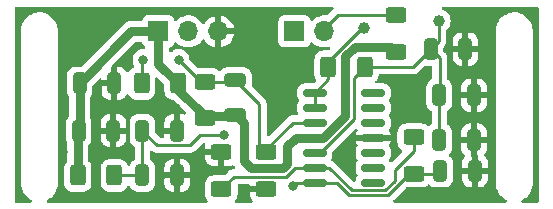
<source format=gbr>
%TF.GenerationSoftware,KiCad,Pcbnew,(6.0.4)*%
%TF.CreationDate,2022-08-01T11:19:28+10:00*%
%TF.ProjectId,GSR + ST V2,47535220-2b20-4535-9420-56322e6b6963,rev?*%
%TF.SameCoordinates,Original*%
%TF.FileFunction,Copper,L1,Top*%
%TF.FilePolarity,Positive*%
%FSLAX46Y46*%
G04 Gerber Fmt 4.6, Leading zero omitted, Abs format (unit mm)*
G04 Created by KiCad (PCBNEW (6.0.4)) date 2022-08-01 11:19:28*
%MOMM*%
%LPD*%
G01*
G04 APERTURE LIST*
G04 Aperture macros list*
%AMRoundRect*
0 Rectangle with rounded corners*
0 $1 Rounding radius*
0 $2 $3 $4 $5 $6 $7 $8 $9 X,Y pos of 4 corners*
0 Add a 4 corners polygon primitive as box body*
4,1,4,$2,$3,$4,$5,$6,$7,$8,$9,$2,$3,0*
0 Add four circle primitives for the rounded corners*
1,1,$1+$1,$2,$3*
1,1,$1+$1,$4,$5*
1,1,$1+$1,$6,$7*
1,1,$1+$1,$8,$9*
0 Add four rect primitives between the rounded corners*
20,1,$1+$1,$2,$3,$4,$5,0*
20,1,$1+$1,$4,$5,$6,$7,0*
20,1,$1+$1,$6,$7,$8,$9,0*
20,1,$1+$1,$8,$9,$2,$3,0*%
G04 Aperture macros list end*
%TA.AperFunction,SMDPad,CuDef*%
%ADD10C,1.000000*%
%TD*%
%TA.AperFunction,ComponentPad*%
%ADD11R,1.700000X1.700000*%
%TD*%
%TA.AperFunction,ComponentPad*%
%ADD12O,1.700000X1.700000*%
%TD*%
%TA.AperFunction,SMDPad,CuDef*%
%ADD13RoundRect,0.250000X-0.325000X-0.650000X0.325000X-0.650000X0.325000X0.650000X-0.325000X0.650000X0*%
%TD*%
%TA.AperFunction,SMDPad,CuDef*%
%ADD14RoundRect,0.250000X0.625000X-0.400000X0.625000X0.400000X-0.625000X0.400000X-0.625000X-0.400000X0*%
%TD*%
%TA.AperFunction,SMDPad,CuDef*%
%ADD15RoundRect,0.150000X-0.825000X-0.150000X0.825000X-0.150000X0.825000X0.150000X-0.825000X0.150000X0*%
%TD*%
%TA.AperFunction,SMDPad,CuDef*%
%ADD16RoundRect,0.250000X-0.400000X-0.625000X0.400000X-0.625000X0.400000X0.625000X-0.400000X0.625000X0*%
%TD*%
%TA.AperFunction,SMDPad,CuDef*%
%ADD17RoundRect,0.250000X-0.625000X0.400000X-0.625000X-0.400000X0.625000X-0.400000X0.625000X0.400000X0*%
%TD*%
%TA.AperFunction,SMDPad,CuDef*%
%ADD18RoundRect,0.250000X0.650000X-0.325000X0.650000X0.325000X-0.650000X0.325000X-0.650000X-0.325000X0*%
%TD*%
%TA.AperFunction,ViaPad*%
%ADD19C,0.800000*%
%TD*%
%TA.AperFunction,Conductor*%
%ADD20C,0.750000*%
%TD*%
%TA.AperFunction,Conductor*%
%ADD21C,0.250000*%
%TD*%
G04 APERTURE END LIST*
D10*
%TO.P,TP2,1,1*%
%TO.N,Net-(R3-Pad1)*%
X204100000Y-107700000D03*
%TD*%
D11*
%TO.P,J2,1,Pin_1*%
%TO.N,Net-(J2-Pad1)*%
X198200000Y-108000000D03*
D12*
%TO.P,J2,2,Pin_2*%
%TO.N,Net-(J2-Pad2)*%
X200740000Y-108000000D03*
%TD*%
D13*
%TO.P,C2,1*%
%TO.N,+3V3*%
X179925000Y-116400000D03*
%TO.P,C2,2*%
%TO.N,GND*%
X182875000Y-116400000D03*
%TD*%
%TO.P,C1,1*%
%TO.N,+3V3*%
X180000000Y-112400000D03*
%TO.P,C1,2*%
%TO.N,GND*%
X182950000Y-112400000D03*
%TD*%
D14*
%TO.P,R4,1*%
%TO.N,Net-(R4-Pad1)*%
X192000000Y-121350000D03*
%TO.P,R4,2*%
%TO.N,GND*%
X192000000Y-118250000D03*
%TD*%
%TO.P,R5,1*%
%TO.N,Net-(C7-Pad1)*%
X208300000Y-120050000D03*
%TO.P,R5,2*%
%TO.N,Net-(R4-Pad1)*%
X208300000Y-116950000D03*
%TD*%
D13*
%TO.P,C8,1*%
%TO.N,Net-(C8-Pad1)*%
X185325000Y-120200000D03*
%TO.P,C8,2*%
%TO.N,GND*%
X188275000Y-120200000D03*
%TD*%
%TO.P,C9,1*%
%TO.N,Net-(C8-Pad1)*%
X185325000Y-116400000D03*
%TO.P,C9,2*%
%TO.N,GND*%
X188275000Y-116400000D03*
%TD*%
D15*
%TO.P,U3,1*%
%TO.N,Net-(R3-Pad1)*%
X199925000Y-113190000D03*
%TO.P,U3,2,-*%
X199925000Y-114460000D03*
%TO.P,U3,3,+*%
%TO.N,Net-(C3-Pad2)*%
X199925000Y-115730000D03*
%TO.P,U3,4,V+*%
%TO.N,+3V3*%
X199925000Y-117000000D03*
%TO.P,U3,5,+*%
%TO.N,Net-(C4-Pad1)*%
X199925000Y-118270000D03*
%TO.P,U3,6,-*%
%TO.N,Net-(R4-Pad1)*%
X199925000Y-119540000D03*
%TO.P,U3,7*%
%TO.N,Net-(C7-Pad1)*%
X199925000Y-120810000D03*
%TO.P,U3,8*%
%TO.N,N/C*%
X204875000Y-120810000D03*
%TO.P,U3,9*%
X204875000Y-119540000D03*
%TO.P,U3,10*%
X204875000Y-118270000D03*
%TO.P,U3,11,V-*%
%TO.N,GND*%
X204875000Y-117000000D03*
%TO.P,U3,12*%
%TO.N,N/C*%
X204875000Y-115730000D03*
%TO.P,U3,13*%
X204875000Y-114460000D03*
%TO.P,U3,14*%
X204875000Y-113190000D03*
%TD*%
D14*
%TO.P,R1,1*%
%TO.N,+3V3*%
X190600000Y-115350000D03*
%TO.P,R1,2*%
%TO.N,Net-(C3-Pad2)*%
X190600000Y-112250000D03*
%TD*%
D13*
%TO.P,C4,1*%
%TO.N,Net-(C4-Pad1)*%
X210450000Y-117200000D03*
%TO.P,C4,2*%
%TO.N,GND*%
X213400000Y-117200000D03*
%TD*%
D11*
%TO.P,J1,1,Pin_1*%
%TO.N,+3V3*%
X186675000Y-108000000D03*
D12*
%TO.P,J1,2,Pin_2*%
%TO.N,Net-(C7-Pad1)*%
X189215000Y-108000000D03*
%TO.P,J1,3,Pin_3*%
%TO.N,GND*%
X191755000Y-108000000D03*
%TD*%
D16*
%TO.P,R7,1*%
%TO.N,Net-(J2-Pad1)*%
X185250000Y-112400000D03*
%TO.P,R7,2*%
%TO.N,+3V3*%
X188350000Y-112400000D03*
%TD*%
%TO.P,R6,1*%
%TO.N,+3V3*%
X179850000Y-120200000D03*
%TO.P,R6,2*%
%TO.N,Net-(C8-Pad1)*%
X182950000Y-120200000D03*
%TD*%
D13*
%TO.P,C5,1*%
%TO.N,Net-(C4-Pad1)*%
X209725000Y-109500000D03*
%TO.P,C5,2*%
%TO.N,GND*%
X212675000Y-109500000D03*
%TD*%
D10*
%TO.P,TP3,1,1*%
%TO.N,Net-(C4-Pad1)*%
X210400000Y-107100000D03*
%TD*%
D13*
%TO.P,C7,1*%
%TO.N,Net-(C7-Pad1)*%
X210525000Y-119800000D03*
%TO.P,C7,2*%
%TO.N,GND*%
X213475000Y-119800000D03*
%TD*%
D17*
%TO.P,R8,1*%
%TO.N,Net-(J2-Pad2)*%
X206800000Y-106650000D03*
%TO.P,R8,2*%
%TO.N,+3V3*%
X206800000Y-109750000D03*
%TD*%
D16*
%TO.P,R3,1*%
%TO.N,Net-(R3-Pad1)*%
X201050000Y-111000000D03*
%TO.P,R3,2*%
%TO.N,Net-(C4-Pad1)*%
X204150000Y-111000000D03*
%TD*%
D17*
%TO.P,R2,1*%
%TO.N,Net-(C3-Pad2)*%
X195800000Y-118250000D03*
%TO.P,R2,2*%
%TO.N,GND*%
X195800000Y-121350000D03*
%TD*%
D18*
%TO.P,C3,1*%
%TO.N,+3V3*%
X193200000Y-115075000D03*
%TO.P,C3,2*%
%TO.N,Net-(C3-Pad2)*%
X193200000Y-112125000D03*
%TD*%
D13*
%TO.P,C6,1*%
%TO.N,Net-(C4-Pad1)*%
X210450000Y-113400000D03*
%TO.P,C6,2*%
%TO.N,GND*%
X213400000Y-113400000D03*
%TD*%
D19*
%TO.N,GND*%
X178600000Y-118200000D03*
X187200000Y-114500000D03*
X182000000Y-108100000D03*
X179600000Y-106900000D03*
X194400000Y-108200000D03*
X178400000Y-122000000D03*
X186800000Y-122000000D03*
X215000000Y-106500000D03*
X213000000Y-106500000D03*
X179600000Y-109200000D03*
X207100000Y-113300000D03*
X195600000Y-109700000D03*
X180800000Y-108100000D03*
X197900000Y-110700000D03*
X207100000Y-114200000D03*
X193900000Y-122000000D03*
X195600000Y-111700000D03*
X202600000Y-119000000D03*
X180800000Y-106900000D03*
X197900000Y-111700000D03*
X207100000Y-115100000D03*
X202600000Y-117800000D03*
X180800000Y-109200000D03*
X197900000Y-113700000D03*
X190000000Y-122000000D03*
X188200000Y-114500000D03*
X182000000Y-106900000D03*
X214900000Y-121900000D03*
X179600000Y-108100000D03*
X195600000Y-110700000D03*
X214000000Y-106500000D03*
X194400000Y-109200000D03*
X197900000Y-112700000D03*
X186200000Y-114500000D03*
X212000000Y-106500000D03*
%TO.N,Net-(C3-Pad2)*%
X188400000Y-110400000D03*
%TO.N,Net-(C7-Pad1)*%
X198100000Y-121100497D03*
%TO.N,Net-(C8-Pad1)*%
X192200000Y-116800000D03*
%TO.N,Net-(J2-Pad1)*%
X185400000Y-110400000D03*
%TD*%
D20*
%TO.N,+3V3*%
X203300000Y-109300000D02*
X206350000Y-109300000D01*
X186675000Y-110725000D02*
X186675000Y-108000000D01*
X188350000Y-112400000D02*
X186675000Y-110725000D01*
X194500480Y-119600480D02*
X197199520Y-119600480D01*
X198300000Y-117000000D02*
X199925000Y-117000000D01*
X190600000Y-115350000D02*
X190750000Y-115200000D01*
X188350000Y-112950000D02*
X190600000Y-115200000D01*
X180000000Y-112400000D02*
X180000000Y-116325000D01*
X197199520Y-119600480D02*
X197600000Y-119200000D01*
X206350000Y-109300000D02*
X206800000Y-109750000D01*
X199925000Y-117000000D02*
X200654626Y-117000000D01*
X180000000Y-116325000D02*
X179925000Y-116400000D01*
X193900000Y-115775000D02*
X193900000Y-119000000D01*
X193200000Y-115075000D02*
X193900000Y-115775000D01*
X202500000Y-115154626D02*
X202500000Y-110100000D01*
X197600000Y-119200000D02*
X197600000Y-117700000D01*
X200654626Y-117000000D02*
X202500000Y-115154626D01*
X188350000Y-112400000D02*
X188350000Y-112950000D01*
X193900000Y-119000000D02*
X194500480Y-119600480D01*
X190600000Y-115200000D02*
X190600000Y-115350000D01*
X179925000Y-116400000D02*
X179850000Y-116475000D01*
X184400000Y-108000000D02*
X180000000Y-112400000D01*
X197600000Y-117700000D02*
X198300000Y-117000000D01*
X186675000Y-108000000D02*
X184400000Y-108000000D01*
X202500000Y-110100000D02*
X203300000Y-109300000D01*
X190750000Y-115200000D02*
X193075000Y-115200000D01*
X193075000Y-115200000D02*
X193200000Y-115075000D01*
X179850000Y-116475000D02*
X179850000Y-120200000D01*
D21*
%TO.N,Net-(R4-Pad1)*%
X206700000Y-119700000D02*
X206700000Y-120631072D01*
X201140000Y-119540000D02*
X199925000Y-119540000D01*
X206700000Y-120631072D02*
X205896552Y-121434520D01*
X197489270Y-120300000D02*
X198249270Y-119540000D01*
X208300000Y-116950000D02*
X208300000Y-118100000D01*
X192000000Y-121350000D02*
X193050000Y-120300000D01*
X193050000Y-120300000D02*
X197489270Y-120300000D01*
X203034520Y-121434520D02*
X201140000Y-119540000D01*
X208300000Y-118100000D02*
X206700000Y-119700000D01*
X205896552Y-121434520D02*
X203034520Y-121434520D01*
X198249270Y-119540000D02*
X199925000Y-119540000D01*
%TO.N,Net-(C3-Pad2)*%
X195800000Y-118000000D02*
X195800000Y-118250000D01*
X193200000Y-112125000D02*
X193075000Y-112250000D01*
X195200000Y-114125000D02*
X193200000Y-112125000D01*
X190250000Y-112250000D02*
X190600000Y-112250000D01*
X198070000Y-115730000D02*
X195800000Y-118000000D01*
X195200000Y-114125000D02*
X195200000Y-117650000D01*
X199925000Y-115730000D02*
X198070000Y-115730000D01*
X188400000Y-110400000D02*
X190250000Y-112250000D01*
X193075000Y-112250000D02*
X190600000Y-112250000D01*
X195200000Y-117650000D02*
X195800000Y-118250000D01*
%TO.N,Net-(C4-Pad1)*%
X203200000Y-115443896D02*
X203200000Y-111950000D01*
X210500000Y-110275000D02*
X210500000Y-113350000D01*
X208225000Y-111000000D02*
X204150000Y-111000000D01*
X210500000Y-113350000D02*
X210450000Y-113400000D01*
X200373896Y-118270000D02*
X203200000Y-115443896D01*
X209725000Y-109500000D02*
X210400000Y-108825000D01*
X199925000Y-118270000D02*
X200373896Y-118270000D01*
X210400000Y-108825000D02*
X210400000Y-107100000D01*
X203200000Y-111950000D02*
X204150000Y-111000000D01*
X209725000Y-109500000D02*
X210500000Y-110275000D01*
X209725000Y-109500000D02*
X208225000Y-111000000D01*
X210450000Y-117200000D02*
X210450000Y-113400000D01*
%TO.N,Net-(C7-Pad1)*%
X199925000Y-120810000D02*
X201774282Y-120810000D01*
X198400497Y-120800000D02*
X199915000Y-120800000D01*
X207916790Y-120050000D02*
X208300000Y-120050000D01*
X206082750Y-121884040D02*
X207916790Y-120050000D01*
X208300000Y-120050000D02*
X210275000Y-120050000D01*
X198100000Y-121100497D02*
X198400497Y-120800000D01*
X201774282Y-120810000D02*
X202848322Y-121884040D01*
X210275000Y-120050000D02*
X210525000Y-119800000D01*
X202848322Y-121884040D02*
X206082750Y-121884040D01*
X199915000Y-120800000D02*
X199925000Y-120810000D01*
%TO.N,Net-(C8-Pad1)*%
X186549520Y-117624520D02*
X189375480Y-117624520D01*
X185325000Y-116400000D02*
X185325000Y-120200000D01*
X185325000Y-116400000D02*
X186549520Y-117624520D01*
X185325000Y-120200000D02*
X182950000Y-120200000D01*
X190200000Y-116800000D02*
X192200000Y-116800000D01*
X189375480Y-117624520D02*
X190200000Y-116800000D01*
%TO.N,Net-(J2-Pad1)*%
X185250000Y-110550000D02*
X185250000Y-112400000D01*
X185400000Y-110400000D02*
X185250000Y-110550000D01*
%TO.N,Net-(J2-Pad2)*%
X200740000Y-108000000D02*
X200740000Y-107760000D01*
X200740000Y-107760000D02*
X201850000Y-106650000D01*
X201850000Y-106650000D02*
X206800000Y-106650000D01*
%TO.N,Net-(R3-Pad1)*%
X201050000Y-110560730D02*
X203910730Y-107700000D01*
X201050000Y-112065000D02*
X199925000Y-113190000D01*
X199925000Y-114460000D02*
X199925000Y-113190000D01*
X201050000Y-111000000D02*
X201050000Y-112065000D01*
X201050000Y-111000000D02*
X201050000Y-110560730D01*
X203910730Y-107700000D02*
X204100000Y-107700000D01*
%TD*%
%TA.AperFunction,Conductor*%
%TO.N,GND*%
G36*
X218833621Y-105928502D02*
G01*
X218880114Y-105982158D01*
X218891500Y-106034500D01*
X218891500Y-122365500D01*
X218871498Y-122433621D01*
X218817842Y-122480114D01*
X218765500Y-122491500D01*
X217535946Y-122491500D01*
X217467825Y-122471498D01*
X217421332Y-122417842D01*
X217411228Y-122347568D01*
X217440722Y-122282988D01*
X217482696Y-122251305D01*
X217567731Y-122211653D01*
X217567735Y-122211651D01*
X217572313Y-122209516D01*
X217683543Y-122133924D01*
X217775552Y-122071395D01*
X217775556Y-122071392D01*
X217779739Y-122068549D01*
X217961959Y-121896233D01*
X218032784Y-121803598D01*
X218111212Y-121701019D01*
X218111215Y-121701015D01*
X218114285Y-121696999D01*
X218143426Y-121642652D01*
X218230405Y-121480435D01*
X218232797Y-121475974D01*
X218237092Y-121463502D01*
X218312799Y-121243633D01*
X218314448Y-121238844D01*
X218337585Y-121104896D01*
X218356460Y-120995620D01*
X218356461Y-120995614D01*
X218357135Y-120991710D01*
X218357673Y-120979861D01*
X218358436Y-120963069D01*
X218358436Y-120963050D01*
X218358500Y-120961650D01*
X218358500Y-107886985D01*
X218357797Y-107878249D01*
X218343863Y-107705056D01*
X218343862Y-107705051D01*
X218343457Y-107700015D01*
X218331002Y-107649305D01*
X218284841Y-107461375D01*
X218283634Y-107456461D01*
X218279160Y-107445919D01*
X218187617Y-107230259D01*
X218187617Y-107230258D01*
X218185641Y-107225604D01*
X218078704Y-107055791D01*
X218054696Y-107017666D01*
X218054695Y-107017665D01*
X218052000Y-107013385D01*
X217886147Y-106825262D01*
X217692351Y-106666076D01*
X217475596Y-106539922D01*
X217470873Y-106538109D01*
X217470871Y-106538108D01*
X217246181Y-106451857D01*
X217246183Y-106451857D01*
X217241461Y-106450045D01*
X217236515Y-106449012D01*
X217236509Y-106449010D01*
X217000921Y-106399794D01*
X217000922Y-106399794D01*
X216995967Y-106398759D01*
X216990918Y-106398530D01*
X216990912Y-106398529D01*
X216876494Y-106393334D01*
X216745432Y-106387382D01*
X216740412Y-106387963D01*
X216740408Y-106387963D01*
X216649093Y-106398529D01*
X216496301Y-106416208D01*
X216491427Y-106417587D01*
X216491423Y-106417588D01*
X216259852Y-106483116D01*
X216259850Y-106483117D01*
X216254983Y-106484494D01*
X216250408Y-106486628D01*
X216250401Y-106486630D01*
X216032269Y-106588347D01*
X216032265Y-106588349D01*
X216027687Y-106590484D01*
X216023506Y-106593326D01*
X216023505Y-106593326D01*
X215824448Y-106728605D01*
X215824444Y-106728608D01*
X215820261Y-106731451D01*
X215816584Y-106734928D01*
X215816583Y-106734929D01*
X215761795Y-106786739D01*
X215638041Y-106903767D01*
X215634963Y-106907793D01*
X215634962Y-106907794D01*
X215488788Y-107098981D01*
X215488785Y-107098985D01*
X215485715Y-107103001D01*
X215483325Y-107107459D01*
X215483324Y-107107460D01*
X215448387Y-107172617D01*
X215367203Y-107324026D01*
X215365557Y-107328807D01*
X215365555Y-107328811D01*
X215307551Y-107497267D01*
X215285552Y-107561156D01*
X215270326Y-107649305D01*
X215254959Y-107738275D01*
X215242865Y-107808290D01*
X215242685Y-107812251D01*
X215242685Y-107812252D01*
X215241704Y-107833861D01*
X215241500Y-107838350D01*
X215241500Y-120913015D01*
X215241702Y-120915523D01*
X215241702Y-120915528D01*
X215253286Y-121059500D01*
X215256543Y-121099985D01*
X215257748Y-121104893D01*
X215257749Y-121104896D01*
X215292262Y-121245405D01*
X215316366Y-121343539D01*
X215318341Y-121348191D01*
X215318342Y-121348195D01*
X215402357Y-121546121D01*
X215414359Y-121574396D01*
X215501524Y-121712812D01*
X215540341Y-121774452D01*
X215548000Y-121786615D01*
X215713853Y-121974738D01*
X215907649Y-122133924D01*
X216118430Y-122256601D01*
X216167244Y-122308155D01*
X216180437Y-122377915D01*
X216153820Y-122443733D01*
X216095845Y-122484713D01*
X216055050Y-122491500D01*
X206675384Y-122491500D01*
X206607263Y-122471498D01*
X206560770Y-122417842D01*
X206550666Y-122347568D01*
X206580160Y-122282988D01*
X206586289Y-122276405D01*
X207617289Y-121245405D01*
X207679601Y-121211379D01*
X207706384Y-121208500D01*
X208975400Y-121208500D01*
X208978646Y-121208163D01*
X208978650Y-121208163D01*
X209074308Y-121198238D01*
X209074312Y-121198237D01*
X209081166Y-121197526D01*
X209087702Y-121195345D01*
X209087704Y-121195345D01*
X209230398Y-121147738D01*
X209248946Y-121141550D01*
X209399348Y-121048478D01*
X209466543Y-120981166D01*
X209473306Y-120974391D01*
X209535589Y-120940312D01*
X209606409Y-120945315D01*
X209651497Y-120974236D01*
X209672918Y-120995620D01*
X209726697Y-121049305D01*
X209732927Y-121053145D01*
X209732928Y-121053146D01*
X209870288Y-121137816D01*
X209877262Y-121142115D01*
X209894215Y-121147738D01*
X210038611Y-121195632D01*
X210038613Y-121195632D01*
X210045139Y-121197797D01*
X210051975Y-121198497D01*
X210051978Y-121198498D01*
X210095031Y-121202909D01*
X210149600Y-121208500D01*
X210900400Y-121208500D01*
X210903646Y-121208163D01*
X210903650Y-121208163D01*
X210999308Y-121198238D01*
X210999312Y-121198237D01*
X211006166Y-121197526D01*
X211012702Y-121195345D01*
X211012704Y-121195345D01*
X211155398Y-121147738D01*
X211173946Y-121141550D01*
X211324348Y-121048478D01*
X211449305Y-120923303D01*
X211455647Y-120913015D01*
X211538275Y-120778968D01*
X211538276Y-120778966D01*
X211542115Y-120772738D01*
X211590367Y-120627262D01*
X211595632Y-120611389D01*
X211595632Y-120611387D01*
X211597797Y-120604861D01*
X211598662Y-120596426D01*
X211603419Y-120549992D01*
X211608500Y-120500400D01*
X211608500Y-120497095D01*
X212392001Y-120497095D01*
X212392338Y-120503614D01*
X212402257Y-120599206D01*
X212405149Y-120612600D01*
X212456588Y-120766784D01*
X212462761Y-120779962D01*
X212548063Y-120917807D01*
X212557099Y-120929208D01*
X212671829Y-121043739D01*
X212683240Y-121052751D01*
X212821243Y-121137816D01*
X212834424Y-121143963D01*
X212988710Y-121195138D01*
X213002086Y-121198005D01*
X213096438Y-121207672D01*
X213102854Y-121208000D01*
X213202885Y-121208000D01*
X213218124Y-121203525D01*
X213219329Y-121202135D01*
X213221000Y-121194452D01*
X213221000Y-121189884D01*
X213729000Y-121189884D01*
X213733475Y-121205123D01*
X213734865Y-121206328D01*
X213742548Y-121207999D01*
X213847095Y-121207999D01*
X213853614Y-121207662D01*
X213949206Y-121197743D01*
X213962600Y-121194851D01*
X214116784Y-121143412D01*
X214129962Y-121137239D01*
X214267807Y-121051937D01*
X214279208Y-121042901D01*
X214393739Y-120928171D01*
X214402751Y-120916760D01*
X214487816Y-120778757D01*
X214493963Y-120765576D01*
X214545138Y-120611290D01*
X214548005Y-120597914D01*
X214557672Y-120503562D01*
X214558000Y-120497146D01*
X214558000Y-120072115D01*
X214553525Y-120056876D01*
X214552135Y-120055671D01*
X214544452Y-120054000D01*
X213747115Y-120054000D01*
X213731876Y-120058475D01*
X213730671Y-120059865D01*
X213729000Y-120067548D01*
X213729000Y-121189884D01*
X213221000Y-121189884D01*
X213221000Y-120072115D01*
X213216525Y-120056876D01*
X213215135Y-120055671D01*
X213207452Y-120054000D01*
X212410116Y-120054000D01*
X212394877Y-120058475D01*
X212393672Y-120059865D01*
X212392001Y-120067548D01*
X212392001Y-120497095D01*
X211608500Y-120497095D01*
X211608500Y-119099600D01*
X211608163Y-119096350D01*
X211598238Y-119000692D01*
X211598237Y-119000688D01*
X211597526Y-118993834D01*
X211595326Y-118987238D01*
X211543868Y-118833002D01*
X211541550Y-118826054D01*
X211448478Y-118675652D01*
X211401355Y-118628611D01*
X211324326Y-118551716D01*
X211290247Y-118489433D01*
X211295250Y-118418613D01*
X211324170Y-118373526D01*
X211369133Y-118328484D01*
X211374305Y-118323303D01*
X211385073Y-118305834D01*
X211463275Y-118178968D01*
X211463276Y-118178966D01*
X211467115Y-118172738D01*
X211510220Y-118042781D01*
X211520632Y-118011389D01*
X211520632Y-118011387D01*
X211522797Y-118004861D01*
X211533500Y-117900400D01*
X211533500Y-117897095D01*
X212317001Y-117897095D01*
X212317338Y-117903614D01*
X212327257Y-117999206D01*
X212330149Y-118012600D01*
X212381588Y-118166784D01*
X212387761Y-118179962D01*
X212473063Y-118317807D01*
X212482099Y-118329208D01*
X212601382Y-118448284D01*
X212635461Y-118510567D01*
X212630458Y-118581387D01*
X212601536Y-118626476D01*
X212556261Y-118671829D01*
X212547249Y-118683240D01*
X212462184Y-118821243D01*
X212456037Y-118834424D01*
X212404862Y-118988710D01*
X212401995Y-119002086D01*
X212392328Y-119096438D01*
X212392000Y-119102855D01*
X212392000Y-119527885D01*
X212396475Y-119543124D01*
X212397865Y-119544329D01*
X212405548Y-119546000D01*
X213202885Y-119546000D01*
X213218124Y-119541525D01*
X213219329Y-119540135D01*
X213221000Y-119532452D01*
X213221000Y-118666115D01*
X213216525Y-118650876D01*
X213190830Y-118628611D01*
X213192062Y-118627189D01*
X213182900Y-118622185D01*
X213148878Y-118559871D01*
X213146000Y-118533094D01*
X213146000Y-118333885D01*
X213654000Y-118333885D01*
X213658475Y-118349124D01*
X213684170Y-118371389D01*
X213682938Y-118372811D01*
X213692100Y-118377815D01*
X213726122Y-118440129D01*
X213729000Y-118466906D01*
X213729000Y-119527885D01*
X213733475Y-119543124D01*
X213734865Y-119544329D01*
X213742548Y-119546000D01*
X214539884Y-119546000D01*
X214555123Y-119541525D01*
X214556328Y-119540135D01*
X214557999Y-119532452D01*
X214557999Y-119102905D01*
X214557662Y-119096386D01*
X214547743Y-119000794D01*
X214544851Y-118987400D01*
X214493412Y-118833216D01*
X214487239Y-118820038D01*
X214401937Y-118682193D01*
X214392901Y-118670792D01*
X214273618Y-118551716D01*
X214239539Y-118489433D01*
X214244542Y-118418613D01*
X214273464Y-118373524D01*
X214318739Y-118328171D01*
X214327751Y-118316760D01*
X214412816Y-118178757D01*
X214418963Y-118165576D01*
X214470138Y-118011290D01*
X214473005Y-117997914D01*
X214482672Y-117903562D01*
X214483000Y-117897145D01*
X214483000Y-117472115D01*
X214478525Y-117456876D01*
X214477135Y-117455671D01*
X214469452Y-117454000D01*
X213672115Y-117454000D01*
X213656876Y-117458475D01*
X213655671Y-117459865D01*
X213654000Y-117467548D01*
X213654000Y-118333885D01*
X213146000Y-118333885D01*
X213146000Y-117472115D01*
X213141525Y-117456876D01*
X213140135Y-117455671D01*
X213132452Y-117454000D01*
X212335116Y-117454000D01*
X212319877Y-117458475D01*
X212318672Y-117459865D01*
X212317001Y-117467548D01*
X212317001Y-117897095D01*
X211533500Y-117897095D01*
X211533500Y-116927885D01*
X212317000Y-116927885D01*
X212321475Y-116943124D01*
X212322865Y-116944329D01*
X212330548Y-116946000D01*
X213127885Y-116946000D01*
X213143124Y-116941525D01*
X213144329Y-116940135D01*
X213146000Y-116932452D01*
X213146000Y-116927885D01*
X213654000Y-116927885D01*
X213658475Y-116943124D01*
X213659865Y-116944329D01*
X213667548Y-116946000D01*
X214464884Y-116946000D01*
X214480123Y-116941525D01*
X214481328Y-116940135D01*
X214482999Y-116932452D01*
X214482999Y-116502905D01*
X214482662Y-116496386D01*
X214472743Y-116400794D01*
X214469851Y-116387400D01*
X214418412Y-116233216D01*
X214412239Y-116220038D01*
X214326937Y-116082193D01*
X214317901Y-116070792D01*
X214203171Y-115956261D01*
X214191760Y-115947249D01*
X214053757Y-115862184D01*
X214040576Y-115856037D01*
X213886290Y-115804862D01*
X213872914Y-115801995D01*
X213778562Y-115792328D01*
X213772145Y-115792000D01*
X213672115Y-115792000D01*
X213656876Y-115796475D01*
X213655671Y-115797865D01*
X213654000Y-115805548D01*
X213654000Y-116927885D01*
X213146000Y-116927885D01*
X213146000Y-115810116D01*
X213141525Y-115794877D01*
X213140135Y-115793672D01*
X213132452Y-115792001D01*
X213027905Y-115792001D01*
X213021386Y-115792338D01*
X212925794Y-115802257D01*
X212912400Y-115805149D01*
X212758216Y-115856588D01*
X212745038Y-115862761D01*
X212607193Y-115948063D01*
X212595792Y-115957099D01*
X212481261Y-116071829D01*
X212472249Y-116083240D01*
X212387184Y-116221243D01*
X212381037Y-116234424D01*
X212329862Y-116388710D01*
X212326995Y-116402086D01*
X212317328Y-116496438D01*
X212317000Y-116502855D01*
X212317000Y-116927885D01*
X211533500Y-116927885D01*
X211533500Y-116499600D01*
X211532415Y-116489145D01*
X211523238Y-116400692D01*
X211523237Y-116400688D01*
X211522526Y-116393834D01*
X211493534Y-116306933D01*
X211468868Y-116233002D01*
X211466550Y-116226054D01*
X211373478Y-116075652D01*
X211248303Y-115950695D01*
X211143383Y-115886021D01*
X211095891Y-115833250D01*
X211083500Y-115778762D01*
X211083500Y-114821311D01*
X211103502Y-114753190D01*
X211143196Y-114714167D01*
X211249348Y-114648478D01*
X211374305Y-114523303D01*
X211388153Y-114500838D01*
X211463275Y-114378968D01*
X211463276Y-114378966D01*
X211467115Y-114372738D01*
X211499317Y-114275652D01*
X211520632Y-114211389D01*
X211520632Y-114211387D01*
X211522797Y-114204861D01*
X211523814Y-114194942D01*
X211529225Y-114142123D01*
X211533500Y-114100400D01*
X211533500Y-114097095D01*
X212317001Y-114097095D01*
X212317338Y-114103614D01*
X212327257Y-114199206D01*
X212330149Y-114212600D01*
X212381588Y-114366784D01*
X212387761Y-114379962D01*
X212473063Y-114517807D01*
X212482099Y-114529208D01*
X212596829Y-114643739D01*
X212608240Y-114652751D01*
X212746243Y-114737816D01*
X212759424Y-114743963D01*
X212913710Y-114795138D01*
X212927086Y-114798005D01*
X213021438Y-114807672D01*
X213027854Y-114808000D01*
X213127885Y-114808000D01*
X213143124Y-114803525D01*
X213144329Y-114802135D01*
X213146000Y-114794452D01*
X213146000Y-114789884D01*
X213654000Y-114789884D01*
X213658475Y-114805123D01*
X213659865Y-114806328D01*
X213667548Y-114807999D01*
X213772095Y-114807999D01*
X213778614Y-114807662D01*
X213874206Y-114797743D01*
X213887600Y-114794851D01*
X214041784Y-114743412D01*
X214054962Y-114737239D01*
X214192807Y-114651937D01*
X214204208Y-114642901D01*
X214318739Y-114528171D01*
X214327751Y-114516760D01*
X214412816Y-114378757D01*
X214418963Y-114365576D01*
X214470138Y-114211290D01*
X214473005Y-114197914D01*
X214482672Y-114103562D01*
X214483000Y-114097145D01*
X214483000Y-113672115D01*
X214478525Y-113656876D01*
X214477135Y-113655671D01*
X214469452Y-113654000D01*
X213672115Y-113654000D01*
X213656876Y-113658475D01*
X213655671Y-113659865D01*
X213654000Y-113667548D01*
X213654000Y-114789884D01*
X213146000Y-114789884D01*
X213146000Y-113672115D01*
X213141525Y-113656876D01*
X213140135Y-113655671D01*
X213132452Y-113654000D01*
X212335116Y-113654000D01*
X212319877Y-113658475D01*
X212318672Y-113659865D01*
X212317001Y-113667548D01*
X212317001Y-114097095D01*
X211533500Y-114097095D01*
X211533500Y-113127885D01*
X212317000Y-113127885D01*
X212321475Y-113143124D01*
X212322865Y-113144329D01*
X212330548Y-113146000D01*
X213127885Y-113146000D01*
X213143124Y-113141525D01*
X213144329Y-113140135D01*
X213146000Y-113132452D01*
X213146000Y-113127885D01*
X213654000Y-113127885D01*
X213658475Y-113143124D01*
X213659865Y-113144329D01*
X213667548Y-113146000D01*
X214464884Y-113146000D01*
X214480123Y-113141525D01*
X214481328Y-113140135D01*
X214482999Y-113132452D01*
X214482999Y-112702905D01*
X214482662Y-112696386D01*
X214472743Y-112600794D01*
X214469851Y-112587400D01*
X214418412Y-112433216D01*
X214412239Y-112420038D01*
X214326937Y-112282193D01*
X214317901Y-112270792D01*
X214203171Y-112156261D01*
X214191760Y-112147249D01*
X214053757Y-112062184D01*
X214040576Y-112056037D01*
X213886290Y-112004862D01*
X213872914Y-112001995D01*
X213778562Y-111992328D01*
X213772145Y-111992000D01*
X213672115Y-111992000D01*
X213656876Y-111996475D01*
X213655671Y-111997865D01*
X213654000Y-112005548D01*
X213654000Y-113127885D01*
X213146000Y-113127885D01*
X213146000Y-112010116D01*
X213141525Y-111994877D01*
X213140135Y-111993672D01*
X213132452Y-111992001D01*
X213027905Y-111992001D01*
X213021386Y-111992338D01*
X212925794Y-112002257D01*
X212912400Y-112005149D01*
X212758216Y-112056588D01*
X212745038Y-112062761D01*
X212607193Y-112148063D01*
X212595792Y-112157099D01*
X212481261Y-112271829D01*
X212472249Y-112283240D01*
X212387184Y-112421243D01*
X212381037Y-112434424D01*
X212329862Y-112588710D01*
X212326995Y-112602086D01*
X212317328Y-112696438D01*
X212317000Y-112702855D01*
X212317000Y-113127885D01*
X211533500Y-113127885D01*
X211533500Y-112699600D01*
X211530648Y-112672115D01*
X211523238Y-112600692D01*
X211523237Y-112600688D01*
X211522526Y-112593834D01*
X211516401Y-112575473D01*
X211468868Y-112433002D01*
X211466550Y-112426054D01*
X211373478Y-112275652D01*
X211248303Y-112150695D01*
X211242075Y-112146856D01*
X211242070Y-112146852D01*
X211193383Y-112116841D01*
X211145890Y-112064069D01*
X211133500Y-112009582D01*
X211133500Y-110353768D01*
X211134027Y-110342585D01*
X211135702Y-110335092D01*
X211133562Y-110267001D01*
X211133500Y-110263044D01*
X211133500Y-110235144D01*
X211132996Y-110231153D01*
X211132063Y-110219311D01*
X211131576Y-110203794D01*
X211131365Y-110197095D01*
X211592001Y-110197095D01*
X211592338Y-110203614D01*
X211602257Y-110299206D01*
X211605149Y-110312600D01*
X211656588Y-110466784D01*
X211662761Y-110479962D01*
X211748063Y-110617807D01*
X211757099Y-110629208D01*
X211871829Y-110743739D01*
X211883240Y-110752751D01*
X212021243Y-110837816D01*
X212034424Y-110843963D01*
X212188710Y-110895138D01*
X212202086Y-110898005D01*
X212296438Y-110907672D01*
X212302854Y-110908000D01*
X212402885Y-110908000D01*
X212418124Y-110903525D01*
X212419329Y-110902135D01*
X212421000Y-110894452D01*
X212421000Y-110889884D01*
X212929000Y-110889884D01*
X212933475Y-110905123D01*
X212934865Y-110906328D01*
X212942548Y-110907999D01*
X213047095Y-110907999D01*
X213053614Y-110907662D01*
X213149206Y-110897743D01*
X213162600Y-110894851D01*
X213316784Y-110843412D01*
X213329962Y-110837239D01*
X213467807Y-110751937D01*
X213479208Y-110742901D01*
X213593739Y-110628171D01*
X213602751Y-110616760D01*
X213687816Y-110478757D01*
X213693963Y-110465576D01*
X213745138Y-110311290D01*
X213748005Y-110297914D01*
X213757672Y-110203562D01*
X213758000Y-110197146D01*
X213758000Y-109772115D01*
X213753525Y-109756876D01*
X213752135Y-109755671D01*
X213744452Y-109754000D01*
X212947115Y-109754000D01*
X212931876Y-109758475D01*
X212930671Y-109759865D01*
X212929000Y-109767548D01*
X212929000Y-110889884D01*
X212421000Y-110889884D01*
X212421000Y-109772115D01*
X212416525Y-109756876D01*
X212415135Y-109755671D01*
X212407452Y-109754000D01*
X211610116Y-109754000D01*
X211594877Y-109758475D01*
X211593672Y-109759865D01*
X211592001Y-109767548D01*
X211592001Y-110197095D01*
X211131365Y-110197095D01*
X211130674Y-110175111D01*
X211125021Y-110155652D01*
X211121012Y-110136293D01*
X211120846Y-110134983D01*
X211118474Y-110116203D01*
X211115558Y-110108837D01*
X211115556Y-110108831D01*
X211102200Y-110075098D01*
X211098355Y-110063868D01*
X211088230Y-110029017D01*
X211088230Y-110029016D01*
X211086019Y-110021407D01*
X211075705Y-110003966D01*
X211067008Y-109986213D01*
X211062472Y-109974758D01*
X211059552Y-109967383D01*
X211033563Y-109931612D01*
X211027047Y-109921692D01*
X211015222Y-109901697D01*
X211004542Y-109883638D01*
X210990221Y-109869317D01*
X210977380Y-109854283D01*
X210965472Y-109837893D01*
X210959367Y-109832842D01*
X210959362Y-109832837D01*
X210931402Y-109809706D01*
X210922624Y-109801719D01*
X210845405Y-109724500D01*
X210811380Y-109662189D01*
X210808500Y-109635405D01*
X210808500Y-109365309D01*
X210828502Y-109297188D01*
X210842648Y-109279058D01*
X210853658Y-109267333D01*
X210856415Y-109264489D01*
X210876134Y-109244770D01*
X210878612Y-109241575D01*
X210886318Y-109232553D01*
X210890702Y-109227885D01*
X211592000Y-109227885D01*
X211596475Y-109243124D01*
X211597865Y-109244329D01*
X211605548Y-109246000D01*
X212402885Y-109246000D01*
X212418124Y-109241525D01*
X212419329Y-109240135D01*
X212421000Y-109232452D01*
X212421000Y-109227885D01*
X212929000Y-109227885D01*
X212933475Y-109243124D01*
X212934865Y-109244329D01*
X212942548Y-109246000D01*
X213739884Y-109246000D01*
X213755123Y-109241525D01*
X213756328Y-109240135D01*
X213757999Y-109232452D01*
X213757999Y-108802905D01*
X213757662Y-108796386D01*
X213747743Y-108700794D01*
X213744851Y-108687400D01*
X213693412Y-108533216D01*
X213687239Y-108520038D01*
X213601937Y-108382193D01*
X213592901Y-108370792D01*
X213478171Y-108256261D01*
X213466760Y-108247249D01*
X213328757Y-108162184D01*
X213315576Y-108156037D01*
X213161290Y-108104862D01*
X213147914Y-108101995D01*
X213053562Y-108092328D01*
X213047145Y-108092000D01*
X212947115Y-108092000D01*
X212931876Y-108096475D01*
X212930671Y-108097865D01*
X212929000Y-108105548D01*
X212929000Y-109227885D01*
X212421000Y-109227885D01*
X212421000Y-108110116D01*
X212416525Y-108094877D01*
X212415135Y-108093672D01*
X212407452Y-108092001D01*
X212302905Y-108092001D01*
X212296386Y-108092338D01*
X212200794Y-108102257D01*
X212187400Y-108105149D01*
X212033216Y-108156588D01*
X212020038Y-108162761D01*
X211882193Y-108248063D01*
X211870792Y-108257099D01*
X211756261Y-108371829D01*
X211747249Y-108383240D01*
X211662184Y-108521243D01*
X211656037Y-108534424D01*
X211604862Y-108688710D01*
X211601995Y-108702086D01*
X211592328Y-108796438D01*
X211592000Y-108802855D01*
X211592000Y-109227885D01*
X210890702Y-109227885D01*
X210911158Y-109206101D01*
X210916586Y-109200321D01*
X210922732Y-109189142D01*
X210926346Y-109182568D01*
X210937199Y-109166045D01*
X210944753Y-109156306D01*
X210949613Y-109150041D01*
X210967176Y-109109457D01*
X210972383Y-109098827D01*
X210993695Y-109060060D01*
X210995666Y-109052383D01*
X210995668Y-109052378D01*
X210998732Y-109040442D01*
X211005138Y-109021730D01*
X211010033Y-109010419D01*
X211013181Y-109003145D01*
X211014421Y-108995317D01*
X211014423Y-108995310D01*
X211020099Y-108959476D01*
X211022505Y-108947856D01*
X211031528Y-108912711D01*
X211031528Y-108912710D01*
X211033500Y-108905030D01*
X211033500Y-108884776D01*
X211035051Y-108865065D01*
X211036980Y-108852886D01*
X211038220Y-108845057D01*
X211034059Y-108801038D01*
X211033500Y-108789181D01*
X211033500Y-107946370D01*
X211053502Y-107878249D01*
X211081926Y-107847082D01*
X211098847Y-107833861D01*
X211178116Y-107742027D01*
X211224049Y-107688813D01*
X211224050Y-107688811D01*
X211228078Y-107684145D01*
X211325769Y-107512179D01*
X211388197Y-107324513D01*
X211412985Y-107128295D01*
X211413380Y-107100000D01*
X211394080Y-106903167D01*
X211383530Y-106868222D01*
X211349319Y-106754912D01*
X211336916Y-106713831D01*
X211244066Y-106539204D01*
X211170505Y-106449010D01*
X211122960Y-106390713D01*
X211122957Y-106390710D01*
X211119065Y-106385938D01*
X211112724Y-106380692D01*
X210971425Y-106263799D01*
X210971421Y-106263797D01*
X210966675Y-106259870D01*
X210792701Y-106165802D01*
X210757369Y-106154865D01*
X210698209Y-106115614D01*
X210669662Y-106050610D01*
X210680790Y-105980491D01*
X210728062Y-105927519D01*
X210794628Y-105908500D01*
X218765500Y-105908500D01*
X218833621Y-105928502D01*
G37*
%TD.AperFunction*%
%TA.AperFunction,Conductor*%
G36*
X194359121Y-120953502D02*
G01*
X194405614Y-121007158D01*
X194417000Y-121059500D01*
X194417000Y-121077885D01*
X194421475Y-121093124D01*
X194422865Y-121094329D01*
X194430548Y-121096000D01*
X195928000Y-121096000D01*
X195996121Y-121116002D01*
X196042614Y-121169658D01*
X196054000Y-121222000D01*
X196054000Y-121478000D01*
X196033998Y-121546121D01*
X195980342Y-121592614D01*
X195928000Y-121604000D01*
X194435116Y-121604000D01*
X194419877Y-121608475D01*
X194418672Y-121609865D01*
X194417001Y-121617548D01*
X194417001Y-121797095D01*
X194417338Y-121803614D01*
X194427257Y-121899206D01*
X194430149Y-121912600D01*
X194481588Y-122066784D01*
X194487761Y-122079962D01*
X194573063Y-122217807D01*
X194582099Y-122229208D01*
X194629300Y-122276327D01*
X194663379Y-122338610D01*
X194658376Y-122409430D01*
X194615879Y-122466303D01*
X194549380Y-122491171D01*
X194540282Y-122491500D01*
X193260392Y-122491500D01*
X193192271Y-122471498D01*
X193145778Y-122417842D01*
X193135674Y-122347568D01*
X193165168Y-122282988D01*
X193171219Y-122276483D01*
X193219130Y-122228488D01*
X193219134Y-122228483D01*
X193224305Y-122223303D01*
X193231486Y-122211653D01*
X193313275Y-122078968D01*
X193313276Y-122078966D01*
X193317115Y-122072738D01*
X193372797Y-121904861D01*
X193383500Y-121800400D01*
X193383500Y-121059500D01*
X193403502Y-120991379D01*
X193457158Y-120944886D01*
X193509500Y-120933500D01*
X194291000Y-120933500D01*
X194359121Y-120953502D01*
G37*
%TD.AperFunction*%
%TA.AperFunction,Conductor*%
G36*
X201466855Y-105928502D02*
G01*
X201513348Y-105982158D01*
X201523452Y-106052432D01*
X201493958Y-106117012D01*
X201471256Y-106135956D01*
X201471727Y-106136563D01*
X201465466Y-106141420D01*
X201458638Y-106145458D01*
X201444317Y-106159779D01*
X201429284Y-106172619D01*
X201412893Y-106184528D01*
X201384702Y-106218605D01*
X201376712Y-106227384D01*
X200993632Y-106610464D01*
X200931320Y-106644490D01*
X200882442Y-106645416D01*
X200868284Y-106642894D01*
X200794452Y-106641992D01*
X200650081Y-106640228D01*
X200650079Y-106640228D01*
X200644911Y-106640165D01*
X200424091Y-106673955D01*
X200211756Y-106743357D01*
X200138757Y-106781358D01*
X200060585Y-106822052D01*
X200013607Y-106846507D01*
X200009474Y-106849610D01*
X200009471Y-106849612D01*
X199839100Y-106977530D01*
X199834965Y-106980635D01*
X199778537Y-107039684D01*
X199754283Y-107065064D01*
X199692759Y-107100494D01*
X199621846Y-107097037D01*
X199564060Y-107055791D01*
X199545207Y-107022243D01*
X199503767Y-106911703D01*
X199500615Y-106903295D01*
X199413261Y-106786739D01*
X199296705Y-106699385D01*
X199160316Y-106648255D01*
X199098134Y-106641500D01*
X197301866Y-106641500D01*
X197239684Y-106648255D01*
X197103295Y-106699385D01*
X196986739Y-106786739D01*
X196899385Y-106903295D01*
X196848255Y-107039684D01*
X196841500Y-107101866D01*
X196841500Y-108898134D01*
X196848255Y-108960316D01*
X196899385Y-109096705D01*
X196986739Y-109213261D01*
X197103295Y-109300615D01*
X197239684Y-109351745D01*
X197301866Y-109358500D01*
X199098134Y-109358500D01*
X199160316Y-109351745D01*
X199296705Y-109300615D01*
X199413261Y-109213261D01*
X199500615Y-109096705D01*
X199514353Y-109060060D01*
X199544598Y-108979382D01*
X199587240Y-108922618D01*
X199653802Y-108897918D01*
X199723150Y-108913126D01*
X199757817Y-108941114D01*
X199786250Y-108973938D01*
X199958126Y-109116632D01*
X200151000Y-109229338D01*
X200155825Y-109231180D01*
X200155826Y-109231181D01*
X200159419Y-109232553D01*
X200359692Y-109309030D01*
X200364760Y-109310061D01*
X200364763Y-109310062D01*
X200430956Y-109323529D01*
X200578597Y-109353567D01*
X200583772Y-109353757D01*
X200583774Y-109353757D01*
X200796673Y-109361564D01*
X200796677Y-109361564D01*
X200801837Y-109361753D01*
X200806957Y-109361097D01*
X200806959Y-109361097D01*
X201018288Y-109334025D01*
X201018289Y-109334025D01*
X201023416Y-109333368D01*
X201028368Y-109331882D01*
X201028374Y-109331881D01*
X201056212Y-109323529D01*
X201127208Y-109323111D01*
X201187158Y-109361143D01*
X201217031Y-109425549D01*
X201207341Y-109495881D01*
X201181516Y-109533309D01*
X201135230Y-109579595D01*
X201072918Y-109613621D01*
X201046135Y-109616500D01*
X200599600Y-109616500D01*
X200596354Y-109616837D01*
X200596350Y-109616837D01*
X200500692Y-109626762D01*
X200500688Y-109626763D01*
X200493834Y-109627474D01*
X200487298Y-109629655D01*
X200487296Y-109629655D01*
X200389781Y-109662189D01*
X200326054Y-109683450D01*
X200175652Y-109776522D01*
X200050695Y-109901697D01*
X200046855Y-109907927D01*
X200046854Y-109907928D01*
X199968693Y-110034729D01*
X199957885Y-110052262D01*
X199952141Y-110069579D01*
X199914356Y-110183500D01*
X199902203Y-110220139D01*
X199901503Y-110226975D01*
X199901502Y-110226978D01*
X199900259Y-110239110D01*
X199891500Y-110324600D01*
X199891500Y-111675400D01*
X199891837Y-111678646D01*
X199891837Y-111678650D01*
X199901629Y-111773021D01*
X199902474Y-111781166D01*
X199958450Y-111948946D01*
X199962306Y-111955177D01*
X200025098Y-112056648D01*
X200043936Y-112125100D01*
X200022775Y-112192870D01*
X200007049Y-112212046D01*
X199874500Y-112344595D01*
X199812188Y-112378621D01*
X199785405Y-112381500D01*
X199033498Y-112381500D01*
X199031050Y-112381693D01*
X199031042Y-112381693D01*
X199002579Y-112383933D01*
X199002574Y-112383934D01*
X198996169Y-112384438D01*
X198896231Y-112413472D01*
X198844012Y-112428643D01*
X198844010Y-112428644D01*
X198836399Y-112430855D01*
X198829572Y-112434892D01*
X198829573Y-112434892D01*
X198700020Y-112511509D01*
X198700017Y-112511511D01*
X198693193Y-112515547D01*
X198575547Y-112633193D01*
X198571511Y-112640017D01*
X198571509Y-112640020D01*
X198536869Y-112698594D01*
X198490855Y-112776399D01*
X198488644Y-112784010D01*
X198488643Y-112784012D01*
X198480497Y-112812051D01*
X198444438Y-112936169D01*
X198441500Y-112973498D01*
X198441500Y-113406502D01*
X198444438Y-113443831D01*
X198465626Y-113516760D01*
X198488643Y-113595986D01*
X198490855Y-113603601D01*
X198575547Y-113746807D01*
X198578229Y-113749489D01*
X198603502Y-113813861D01*
X198589600Y-113883484D01*
X198579428Y-113899312D01*
X198575547Y-113903193D01*
X198490855Y-114046399D01*
X198488644Y-114054010D01*
X198488643Y-114054012D01*
X198484201Y-114069301D01*
X198444438Y-114206169D01*
X198443934Y-114212574D01*
X198443933Y-114212579D01*
X198441693Y-114241042D01*
X198441500Y-114243498D01*
X198441500Y-114676502D01*
X198444438Y-114713831D01*
X198468893Y-114798005D01*
X198475664Y-114821311D01*
X198490855Y-114873601D01*
X198510231Y-114906363D01*
X198527689Y-114975178D01*
X198505172Y-115042509D01*
X198449827Y-115086978D01*
X198401776Y-115096500D01*
X198148767Y-115096500D01*
X198137584Y-115095973D01*
X198130091Y-115094298D01*
X198122165Y-115094547D01*
X198122164Y-115094547D01*
X198062001Y-115096438D01*
X198058043Y-115096500D01*
X198030144Y-115096500D01*
X198026154Y-115097004D01*
X198014320Y-115097936D01*
X197970111Y-115099326D01*
X197962497Y-115101538D01*
X197962492Y-115101539D01*
X197950659Y-115104977D01*
X197931296Y-115108988D01*
X197911203Y-115111526D01*
X197903836Y-115114443D01*
X197903831Y-115114444D01*
X197870092Y-115127802D01*
X197858865Y-115131646D01*
X197816407Y-115143982D01*
X197809581Y-115148019D01*
X197798972Y-115154293D01*
X197781224Y-115162988D01*
X197762383Y-115170448D01*
X197755967Y-115175110D01*
X197755966Y-115175110D01*
X197726613Y-115196436D01*
X197716693Y-115202952D01*
X197685465Y-115221420D01*
X197685462Y-115221422D01*
X197678638Y-115225458D01*
X197664317Y-115239779D01*
X197649284Y-115252619D01*
X197632893Y-115264528D01*
X197622826Y-115276697D01*
X197604702Y-115298605D01*
X197596712Y-115307384D01*
X196048595Y-116855500D01*
X195986283Y-116889526D01*
X195915467Y-116884461D01*
X195858632Y-116841914D01*
X195833821Y-116775394D01*
X195833500Y-116766405D01*
X195833500Y-114203767D01*
X195834027Y-114192584D01*
X195835702Y-114185091D01*
X195835279Y-114171617D01*
X195833562Y-114117014D01*
X195833500Y-114113055D01*
X195833500Y-114085144D01*
X195832995Y-114081144D01*
X195832062Y-114069301D01*
X195831582Y-114054012D01*
X195830673Y-114025110D01*
X195825022Y-114005658D01*
X195821014Y-113986306D01*
X195819467Y-113974063D01*
X195818474Y-113966203D01*
X195815556Y-113958832D01*
X195802200Y-113925097D01*
X195798355Y-113913870D01*
X195795253Y-113903193D01*
X195786018Y-113871407D01*
X195775707Y-113853972D01*
X195767012Y-113836224D01*
X195759552Y-113817383D01*
X195753975Y-113809706D01*
X195733564Y-113781613D01*
X195727048Y-113771693D01*
X195708580Y-113740465D01*
X195708578Y-113740462D01*
X195704542Y-113733638D01*
X195690221Y-113719317D01*
X195677380Y-113704283D01*
X195670131Y-113694306D01*
X195665472Y-113687893D01*
X195631395Y-113659702D01*
X195622616Y-113651712D01*
X194638103Y-112667198D01*
X194604077Y-112604886D01*
X194601854Y-112565263D01*
X194608500Y-112500400D01*
X194608500Y-111749600D01*
X194605906Y-111724600D01*
X194598238Y-111650692D01*
X194598237Y-111650688D01*
X194597526Y-111643834D01*
X194594079Y-111633500D01*
X194543868Y-111483002D01*
X194541550Y-111476054D01*
X194448478Y-111325652D01*
X194323303Y-111200695D01*
X194292494Y-111181704D01*
X194178968Y-111111725D01*
X194178966Y-111111724D01*
X194172738Y-111107885D01*
X194034953Y-111062184D01*
X194011389Y-111054368D01*
X194011387Y-111054368D01*
X194004861Y-111052203D01*
X193998025Y-111051503D01*
X193998022Y-111051502D01*
X193954969Y-111047091D01*
X193900400Y-111041500D01*
X192499600Y-111041500D01*
X192496354Y-111041837D01*
X192496350Y-111041837D01*
X192400692Y-111051762D01*
X192400688Y-111051763D01*
X192393834Y-111052474D01*
X192387298Y-111054655D01*
X192387296Y-111054655D01*
X192336812Y-111071498D01*
X192226054Y-111108450D01*
X192075652Y-111201522D01*
X192070479Y-111206704D01*
X192070474Y-111206708D01*
X191951738Y-111325652D01*
X191889456Y-111359732D01*
X191818636Y-111354729D01*
X191773547Y-111325808D01*
X191703483Y-111255866D01*
X191698303Y-111250695D01*
X191692072Y-111246854D01*
X191553968Y-111161725D01*
X191553966Y-111161724D01*
X191547738Y-111157885D01*
X191410321Y-111112306D01*
X191386389Y-111104368D01*
X191386387Y-111104368D01*
X191379861Y-111102203D01*
X191373025Y-111101503D01*
X191373022Y-111101502D01*
X191329969Y-111097091D01*
X191275400Y-111091500D01*
X190039595Y-111091500D01*
X189971474Y-111071498D01*
X189950499Y-111054595D01*
X189347121Y-110451216D01*
X189313096Y-110388904D01*
X189310907Y-110375291D01*
X189294232Y-110216635D01*
X189294232Y-110216633D01*
X189293542Y-110210072D01*
X189234527Y-110028444D01*
X189215468Y-109995432D01*
X189175848Y-109926810D01*
X189139040Y-109863056D01*
X189122158Y-109844306D01*
X189015675Y-109726045D01*
X189015674Y-109726044D01*
X189011253Y-109721134D01*
X188893258Y-109635405D01*
X188862094Y-109612763D01*
X188862093Y-109612762D01*
X188856752Y-109608882D01*
X188850724Y-109606198D01*
X188850722Y-109606197D01*
X188688319Y-109533891D01*
X188688318Y-109533891D01*
X188682288Y-109531206D01*
X188588887Y-109511353D01*
X188501944Y-109492872D01*
X188501939Y-109492872D01*
X188495487Y-109491500D01*
X188304513Y-109491500D01*
X188298061Y-109492872D01*
X188298056Y-109492872D01*
X188211113Y-109511353D01*
X188117712Y-109531206D01*
X188111682Y-109533891D01*
X188111681Y-109533891D01*
X187949278Y-109606197D01*
X187949276Y-109606198D01*
X187943248Y-109608882D01*
X187937907Y-109612762D01*
X187937906Y-109612763D01*
X187906742Y-109635405D01*
X187788747Y-109721134D01*
X187784326Y-109726044D01*
X187778137Y-109732918D01*
X187717692Y-109770159D01*
X187646708Y-109768808D01*
X187587723Y-109729295D01*
X187559464Y-109664164D01*
X187558500Y-109648609D01*
X187558500Y-109467870D01*
X187578502Y-109399749D01*
X187632158Y-109353256D01*
X187640270Y-109349888D01*
X187763297Y-109303767D01*
X187771705Y-109300615D01*
X187888261Y-109213261D01*
X187975615Y-109096705D01*
X187989353Y-109060060D01*
X188019598Y-108979382D01*
X188062240Y-108922618D01*
X188128802Y-108897918D01*
X188198150Y-108913126D01*
X188232817Y-108941114D01*
X188261250Y-108973938D01*
X188433126Y-109116632D01*
X188626000Y-109229338D01*
X188630825Y-109231180D01*
X188630826Y-109231181D01*
X188634419Y-109232553D01*
X188834692Y-109309030D01*
X188839760Y-109310061D01*
X188839763Y-109310062D01*
X188905956Y-109323529D01*
X189053597Y-109353567D01*
X189058772Y-109353757D01*
X189058774Y-109353757D01*
X189271673Y-109361564D01*
X189271677Y-109361564D01*
X189276837Y-109361753D01*
X189281957Y-109361097D01*
X189281959Y-109361097D01*
X189493288Y-109334025D01*
X189493289Y-109334025D01*
X189498416Y-109333368D01*
X189503366Y-109331883D01*
X189707429Y-109270661D01*
X189707434Y-109270659D01*
X189712384Y-109269174D01*
X189912994Y-109170896D01*
X190094860Y-109041173D01*
X190253096Y-108883489D01*
X190258728Y-108875652D01*
X190383453Y-108702077D01*
X190384640Y-108702930D01*
X190431960Y-108659362D01*
X190501897Y-108647145D01*
X190567338Y-108674678D01*
X190595166Y-108706511D01*
X190652694Y-108800388D01*
X190658777Y-108808699D01*
X190798213Y-108969667D01*
X190805580Y-108976883D01*
X190969434Y-109112916D01*
X190977881Y-109118831D01*
X191161756Y-109226279D01*
X191171042Y-109230729D01*
X191370001Y-109306703D01*
X191379899Y-109309579D01*
X191483250Y-109330606D01*
X191497299Y-109329410D01*
X191501000Y-109319065D01*
X191501000Y-109318517D01*
X192009000Y-109318517D01*
X192013064Y-109332359D01*
X192026478Y-109334393D01*
X192033184Y-109333534D01*
X192043262Y-109331392D01*
X192247255Y-109270191D01*
X192256842Y-109266433D01*
X192448095Y-109172739D01*
X192456945Y-109167464D01*
X192630328Y-109043792D01*
X192638200Y-109037139D01*
X192789052Y-108886812D01*
X192795730Y-108878965D01*
X192920003Y-108706020D01*
X192925313Y-108697183D01*
X193019670Y-108506267D01*
X193023469Y-108496672D01*
X193085377Y-108292910D01*
X193087555Y-108282837D01*
X193088986Y-108271962D01*
X193086775Y-108257778D01*
X193073617Y-108254000D01*
X192027115Y-108254000D01*
X192011876Y-108258475D01*
X192010671Y-108259865D01*
X192009000Y-108267548D01*
X192009000Y-109318517D01*
X191501000Y-109318517D01*
X191501000Y-107727885D01*
X192009000Y-107727885D01*
X192013475Y-107743124D01*
X192014865Y-107744329D01*
X192022548Y-107746000D01*
X193073344Y-107746000D01*
X193086875Y-107742027D01*
X193088180Y-107732947D01*
X193046214Y-107565875D01*
X193042894Y-107556124D01*
X192957972Y-107360814D01*
X192953105Y-107351739D01*
X192837426Y-107172926D01*
X192831136Y-107164757D01*
X192687806Y-107007240D01*
X192680273Y-107000215D01*
X192513139Y-106868222D01*
X192504552Y-106862517D01*
X192318117Y-106759599D01*
X192308705Y-106755369D01*
X192107959Y-106684280D01*
X192097988Y-106681646D01*
X192026837Y-106668972D01*
X192013540Y-106670432D01*
X192009000Y-106684989D01*
X192009000Y-107727885D01*
X191501000Y-107727885D01*
X191501000Y-106683102D01*
X191497082Y-106669758D01*
X191482806Y-106667771D01*
X191444324Y-106673660D01*
X191434288Y-106676051D01*
X191231868Y-106742212D01*
X191222359Y-106746209D01*
X191033463Y-106844542D01*
X191024738Y-106850036D01*
X190854433Y-106977905D01*
X190846726Y-106984748D01*
X190699590Y-107138717D01*
X190693109Y-107146722D01*
X190588498Y-107300074D01*
X190533587Y-107345076D01*
X190463062Y-107353247D01*
X190399315Y-107321993D01*
X190378618Y-107297509D01*
X190297822Y-107172617D01*
X190297820Y-107172614D01*
X190295014Y-107168277D01*
X190144670Y-107003051D01*
X190140619Y-106999852D01*
X190140615Y-106999848D01*
X189973414Y-106867800D01*
X189973410Y-106867798D01*
X189969359Y-106864598D01*
X189933028Y-106844542D01*
X189892287Y-106822052D01*
X189773789Y-106756638D01*
X189768920Y-106754914D01*
X189768916Y-106754912D01*
X189568087Y-106683795D01*
X189568083Y-106683794D01*
X189563212Y-106682069D01*
X189558119Y-106681162D01*
X189558116Y-106681161D01*
X189348373Y-106643800D01*
X189348367Y-106643799D01*
X189343284Y-106642894D01*
X189269452Y-106641992D01*
X189125081Y-106640228D01*
X189125079Y-106640228D01*
X189119911Y-106640165D01*
X188899091Y-106673955D01*
X188686756Y-106743357D01*
X188613757Y-106781358D01*
X188535585Y-106822052D01*
X188488607Y-106846507D01*
X188484474Y-106849610D01*
X188484471Y-106849612D01*
X188314100Y-106977530D01*
X188309965Y-106980635D01*
X188253537Y-107039684D01*
X188229283Y-107065064D01*
X188167759Y-107100494D01*
X188096846Y-107097037D01*
X188039060Y-107055791D01*
X188020207Y-107022243D01*
X187978767Y-106911703D01*
X187975615Y-106903295D01*
X187888261Y-106786739D01*
X187771705Y-106699385D01*
X187635316Y-106648255D01*
X187573134Y-106641500D01*
X185776866Y-106641500D01*
X185714684Y-106648255D01*
X185578295Y-106699385D01*
X185461739Y-106786739D01*
X185374385Y-106903295D01*
X185371233Y-106911703D01*
X185325112Y-107034730D01*
X185282470Y-107091494D01*
X185215909Y-107116194D01*
X185207130Y-107116500D01*
X184479457Y-107116500D01*
X184459745Y-107114949D01*
X184453008Y-107113882D01*
X184453009Y-107113882D01*
X184446493Y-107112850D01*
X184439906Y-107113195D01*
X184439902Y-107113195D01*
X184380150Y-107116327D01*
X184373555Y-107116500D01*
X184353694Y-107116500D01*
X184333931Y-107118577D01*
X184327372Y-107119093D01*
X184311573Y-107119921D01*
X184267623Y-107122224D01*
X184267619Y-107122225D01*
X184261029Y-107122570D01*
X184248071Y-107126042D01*
X184228628Y-107129645D01*
X184215298Y-107131046D01*
X184152106Y-107151578D01*
X184145804Y-107153444D01*
X184104704Y-107164457D01*
X184081637Y-107170638D01*
X184075758Y-107173634D01*
X184075749Y-107173637D01*
X184069683Y-107176728D01*
X184051421Y-107184292D01*
X184044958Y-107186392D01*
X184044953Y-107186394D01*
X184038669Y-107188436D01*
X183981119Y-107221663D01*
X183975366Y-107224786D01*
X183916161Y-107254952D01*
X183911027Y-107259109D01*
X183911026Y-107259110D01*
X183905737Y-107263393D01*
X183889449Y-107274588D01*
X183877831Y-107281296D01*
X183872925Y-107285713D01*
X183872920Y-107285717D01*
X183828462Y-107325747D01*
X183823447Y-107330031D01*
X183823035Y-107330365D01*
X183808015Y-107342528D01*
X183793979Y-107356564D01*
X183789194Y-107361105D01*
X183739815Y-107405566D01*
X183735935Y-107410906D01*
X183735928Y-107410914D01*
X183731927Y-107416422D01*
X183719086Y-107431457D01*
X180195947Y-110954595D01*
X180133635Y-110988621D01*
X180106852Y-110991500D01*
X179624600Y-110991500D01*
X179621354Y-110991837D01*
X179621350Y-110991837D01*
X179525692Y-111001762D01*
X179525688Y-111001763D01*
X179518834Y-111002474D01*
X179512298Y-111004655D01*
X179512296Y-111004655D01*
X179401859Y-111041500D01*
X179351054Y-111058450D01*
X179200652Y-111151522D01*
X179075695Y-111276697D01*
X179071855Y-111282927D01*
X179071854Y-111282928D01*
X179041680Y-111331880D01*
X178982885Y-111427262D01*
X178968768Y-111469824D01*
X178931567Y-111581983D01*
X178927203Y-111595139D01*
X178926503Y-111601975D01*
X178926502Y-111601978D01*
X178923266Y-111633562D01*
X178916500Y-111699600D01*
X178916500Y-113100400D01*
X178916837Y-113103646D01*
X178916837Y-113103650D01*
X178926752Y-113199206D01*
X178927474Y-113206166D01*
X178929655Y-113212702D01*
X178929655Y-113212704D01*
X178940565Y-113245405D01*
X178983450Y-113373946D01*
X179076522Y-113524348D01*
X179081704Y-113529521D01*
X179086249Y-113535255D01*
X179084576Y-113536581D01*
X179113598Y-113589625D01*
X179116500Y-113616511D01*
X179116500Y-115108563D01*
X179096498Y-115176684D01*
X179079673Y-115197581D01*
X179037549Y-115239779D01*
X179000695Y-115276697D01*
X178996855Y-115282927D01*
X178996854Y-115282928D01*
X178988541Y-115296415D01*
X178907885Y-115427262D01*
X178852203Y-115595139D01*
X178841500Y-115699600D01*
X178841500Y-117100400D01*
X178841837Y-117103646D01*
X178841837Y-117103650D01*
X178851752Y-117199206D01*
X178852474Y-117206166D01*
X178908450Y-117373946D01*
X178947645Y-117437283D01*
X178966500Y-117503585D01*
X178966500Y-118933563D01*
X178946498Y-119001684D01*
X178929673Y-119022581D01*
X178901608Y-119050695D01*
X178850695Y-119101697D01*
X178846855Y-119107927D01*
X178846854Y-119107928D01*
X178763139Y-119243739D01*
X178757885Y-119252262D01*
X178746639Y-119286169D01*
X178706230Y-119407999D01*
X178702203Y-119420139D01*
X178691500Y-119524600D01*
X178691500Y-120875400D01*
X178691837Y-120878646D01*
X178691837Y-120878650D01*
X178699604Y-120953502D01*
X178702474Y-120981166D01*
X178704655Y-120987702D01*
X178704655Y-120987704D01*
X178712524Y-121011290D01*
X178758450Y-121148946D01*
X178851522Y-121299348D01*
X178976697Y-121424305D01*
X178982927Y-121428145D01*
X178982928Y-121428146D01*
X179120090Y-121512694D01*
X179127262Y-121517115D01*
X179187934Y-121537239D01*
X179288611Y-121570632D01*
X179288613Y-121570632D01*
X179295139Y-121572797D01*
X179301975Y-121573497D01*
X179301978Y-121573498D01*
X179345031Y-121577909D01*
X179399600Y-121583500D01*
X180300400Y-121583500D01*
X180303646Y-121583163D01*
X180303650Y-121583163D01*
X180399308Y-121573238D01*
X180399312Y-121573237D01*
X180406166Y-121572526D01*
X180412702Y-121570345D01*
X180412704Y-121570345D01*
X180544806Y-121526272D01*
X180573946Y-121516550D01*
X180724348Y-121423478D01*
X180849305Y-121298303D01*
X180885956Y-121238844D01*
X180938275Y-121153968D01*
X180938276Y-121153966D01*
X180942115Y-121147738D01*
X180975038Y-121048478D01*
X180995632Y-120986389D01*
X180995632Y-120986387D01*
X180997797Y-120979861D01*
X180999518Y-120963069D01*
X181004262Y-120916760D01*
X181008500Y-120875400D01*
X181008500Y-119524600D01*
X181004271Y-119483839D01*
X180998238Y-119425692D01*
X180998237Y-119425688D01*
X180997526Y-119418834D01*
X180993912Y-119408000D01*
X180943868Y-119258002D01*
X180941550Y-119251054D01*
X180848478Y-119100652D01*
X180770482Y-119022791D01*
X180736403Y-118960510D01*
X180733500Y-118933619D01*
X180733500Y-117691437D01*
X180753502Y-117623316D01*
X180770327Y-117602419D01*
X180844134Y-117528483D01*
X180849305Y-117523303D01*
X180859257Y-117507158D01*
X180938275Y-117378968D01*
X180938276Y-117378966D01*
X180942115Y-117372738D01*
X180980406Y-117257294D01*
X180995632Y-117211389D01*
X180995632Y-117211387D01*
X180997797Y-117204861D01*
X181008500Y-117100400D01*
X181008500Y-117097095D01*
X181792001Y-117097095D01*
X181792338Y-117103614D01*
X181802257Y-117199206D01*
X181805149Y-117212600D01*
X181856588Y-117366784D01*
X181862761Y-117379962D01*
X181948063Y-117517807D01*
X181957099Y-117529208D01*
X182071829Y-117643739D01*
X182083240Y-117652751D01*
X182221243Y-117737816D01*
X182234424Y-117743963D01*
X182388710Y-117795138D01*
X182402086Y-117798005D01*
X182496438Y-117807672D01*
X182502854Y-117808000D01*
X182602885Y-117808000D01*
X182618124Y-117803525D01*
X182619329Y-117802135D01*
X182621000Y-117794452D01*
X182621000Y-117789884D01*
X183129000Y-117789884D01*
X183133475Y-117805123D01*
X183134865Y-117806328D01*
X183142548Y-117807999D01*
X183247095Y-117807999D01*
X183253614Y-117807662D01*
X183349206Y-117797743D01*
X183362600Y-117794851D01*
X183516784Y-117743412D01*
X183529962Y-117737239D01*
X183667807Y-117651937D01*
X183679208Y-117642901D01*
X183793739Y-117528171D01*
X183802751Y-117516760D01*
X183887816Y-117378757D01*
X183893963Y-117365576D01*
X183945138Y-117211290D01*
X183948005Y-117197914D01*
X183957672Y-117103562D01*
X183958000Y-117097146D01*
X183958000Y-116672115D01*
X183953525Y-116656876D01*
X183952135Y-116655671D01*
X183944452Y-116654000D01*
X183147115Y-116654000D01*
X183131876Y-116658475D01*
X183130671Y-116659865D01*
X183129000Y-116667548D01*
X183129000Y-117789884D01*
X182621000Y-117789884D01*
X182621000Y-116672115D01*
X182616525Y-116656876D01*
X182615135Y-116655671D01*
X182607452Y-116654000D01*
X181810116Y-116654000D01*
X181794877Y-116658475D01*
X181793672Y-116659865D01*
X181792001Y-116667548D01*
X181792001Y-117097095D01*
X181008500Y-117097095D01*
X181008500Y-116127885D01*
X181792000Y-116127885D01*
X181796475Y-116143124D01*
X181797865Y-116144329D01*
X181805548Y-116146000D01*
X182602885Y-116146000D01*
X182618124Y-116141525D01*
X182619329Y-116140135D01*
X182621000Y-116132452D01*
X182621000Y-116127885D01*
X183129000Y-116127885D01*
X183133475Y-116143124D01*
X183134865Y-116144329D01*
X183142548Y-116146000D01*
X183939884Y-116146000D01*
X183955123Y-116141525D01*
X183956328Y-116140135D01*
X183957999Y-116132452D01*
X183957999Y-115702905D01*
X183957662Y-115696386D01*
X183947743Y-115600794D01*
X183944851Y-115587400D01*
X183893412Y-115433216D01*
X183887239Y-115420038D01*
X183801937Y-115282193D01*
X183792901Y-115270792D01*
X183678171Y-115156261D01*
X183666760Y-115147249D01*
X183528757Y-115062184D01*
X183515576Y-115056037D01*
X183361290Y-115004862D01*
X183347914Y-115001995D01*
X183253562Y-114992328D01*
X183247145Y-114992000D01*
X183147115Y-114992000D01*
X183131876Y-114996475D01*
X183130671Y-114997865D01*
X183129000Y-115005548D01*
X183129000Y-116127885D01*
X182621000Y-116127885D01*
X182621000Y-115010116D01*
X182616525Y-114994877D01*
X182615135Y-114993672D01*
X182607452Y-114992001D01*
X182502905Y-114992001D01*
X182496386Y-114992338D01*
X182400794Y-115002257D01*
X182387400Y-115005149D01*
X182233216Y-115056588D01*
X182220038Y-115062761D01*
X182082193Y-115148063D01*
X182070792Y-115157099D01*
X181956261Y-115271829D01*
X181947249Y-115283240D01*
X181862184Y-115421243D01*
X181856037Y-115434424D01*
X181804862Y-115588710D01*
X181801995Y-115602086D01*
X181792328Y-115696438D01*
X181792000Y-115702855D01*
X181792000Y-116127885D01*
X181008500Y-116127885D01*
X181008500Y-115699600D01*
X181008163Y-115696350D01*
X180998238Y-115600692D01*
X180998237Y-115600688D01*
X180997526Y-115593834D01*
X180941550Y-115426054D01*
X180902355Y-115362717D01*
X180883500Y-115296415D01*
X180883500Y-113616306D01*
X180903502Y-113548185D01*
X180914683Y-113534298D01*
X180914596Y-113534229D01*
X180919134Y-113528483D01*
X180924305Y-113523303D01*
X180933668Y-113508113D01*
X181013275Y-113378968D01*
X181013276Y-113378966D01*
X181017115Y-113372738D01*
X181072797Y-113204861D01*
X181075359Y-113179861D01*
X181078999Y-113144329D01*
X181083500Y-113100400D01*
X181083500Y-113097095D01*
X181867001Y-113097095D01*
X181867338Y-113103614D01*
X181877257Y-113199206D01*
X181880149Y-113212600D01*
X181931588Y-113366784D01*
X181937761Y-113379962D01*
X182023063Y-113517807D01*
X182032099Y-113529208D01*
X182146829Y-113643739D01*
X182158240Y-113652751D01*
X182296243Y-113737816D01*
X182309424Y-113743963D01*
X182463710Y-113795138D01*
X182477086Y-113798005D01*
X182571438Y-113807672D01*
X182577854Y-113808000D01*
X182677885Y-113808000D01*
X182693124Y-113803525D01*
X182694329Y-113802135D01*
X182696000Y-113794452D01*
X182696000Y-112672115D01*
X182691525Y-112656876D01*
X182690135Y-112655671D01*
X182682452Y-112654000D01*
X181885116Y-112654000D01*
X181869877Y-112658475D01*
X181868672Y-112659865D01*
X181867001Y-112667548D01*
X181867001Y-113097095D01*
X181083500Y-113097095D01*
X181083500Y-112618148D01*
X181103502Y-112550027D01*
X181120405Y-112529053D01*
X181651905Y-111997553D01*
X181714217Y-111963527D01*
X181785032Y-111968592D01*
X181841868Y-112011139D01*
X181866679Y-112077659D01*
X181867000Y-112086648D01*
X181867000Y-112127885D01*
X181871475Y-112143124D01*
X181872865Y-112144329D01*
X181880548Y-112146000D01*
X182677885Y-112146000D01*
X182693124Y-112141525D01*
X182694329Y-112140135D01*
X182696000Y-112132452D01*
X182696000Y-111005648D01*
X182716002Y-110937527D01*
X182732905Y-110916553D01*
X184729052Y-108920405D01*
X184791364Y-108886380D01*
X184818147Y-108883500D01*
X185207130Y-108883500D01*
X185275251Y-108903502D01*
X185321744Y-108957158D01*
X185325112Y-108965270D01*
X185360647Y-109060060D01*
X185374385Y-109096705D01*
X185461739Y-109213261D01*
X185468919Y-109218642D01*
X185468920Y-109218643D01*
X185530339Y-109264674D01*
X185572854Y-109321533D01*
X185577880Y-109392352D01*
X185543820Y-109454645D01*
X185481489Y-109488635D01*
X185454774Y-109491500D01*
X185304513Y-109491500D01*
X185298061Y-109492872D01*
X185298056Y-109492872D01*
X185211113Y-109511353D01*
X185117712Y-109531206D01*
X185111682Y-109533891D01*
X185111681Y-109533891D01*
X184949278Y-109606197D01*
X184949276Y-109606198D01*
X184943248Y-109608882D01*
X184937907Y-109612762D01*
X184937906Y-109612763D01*
X184906742Y-109635405D01*
X184788747Y-109721134D01*
X184784326Y-109726044D01*
X184784325Y-109726045D01*
X184677843Y-109844306D01*
X184660960Y-109863056D01*
X184624152Y-109926810D01*
X184584533Y-109995432D01*
X184565473Y-110028444D01*
X184506458Y-110210072D01*
X184505768Y-110216633D01*
X184505768Y-110216635D01*
X184497090Y-110299206D01*
X184486496Y-110400000D01*
X184506458Y-110589928D01*
X184565473Y-110771556D01*
X184568776Y-110777278D01*
X184568777Y-110777279D01*
X184599619Y-110830698D01*
X184616500Y-110893698D01*
X184616500Y-110962484D01*
X184596498Y-111030605D01*
X184542842Y-111077098D01*
X184535126Y-111080137D01*
X184533003Y-111081132D01*
X184526054Y-111083450D01*
X184375652Y-111176522D01*
X184250695Y-111301697D01*
X184246855Y-111307927D01*
X184246854Y-111307928D01*
X184177254Y-111420839D01*
X184124481Y-111468333D01*
X184054410Y-111479755D01*
X183989286Y-111451481D01*
X183962850Y-111421026D01*
X183876937Y-111282193D01*
X183867901Y-111270792D01*
X183753171Y-111156261D01*
X183741760Y-111147249D01*
X183603757Y-111062184D01*
X183590576Y-111056037D01*
X183436290Y-111004862D01*
X183422914Y-111001995D01*
X183328562Y-110992328D01*
X183322145Y-110992000D01*
X183222115Y-110992000D01*
X183206876Y-110996475D01*
X183205671Y-110997865D01*
X183204000Y-111005548D01*
X183204000Y-113789884D01*
X183208475Y-113805123D01*
X183209865Y-113806328D01*
X183217548Y-113807999D01*
X183322095Y-113807999D01*
X183328614Y-113807662D01*
X183424206Y-113797743D01*
X183437600Y-113794851D01*
X183591784Y-113743412D01*
X183604962Y-113737239D01*
X183742807Y-113651937D01*
X183754208Y-113642901D01*
X183868739Y-113528171D01*
X183877751Y-113516760D01*
X183962598Y-113379112D01*
X184015370Y-113331619D01*
X184085442Y-113320195D01*
X184150566Y-113348469D01*
X184177001Y-113378924D01*
X184251522Y-113499348D01*
X184376697Y-113624305D01*
X184382927Y-113628145D01*
X184382928Y-113628146D01*
X184520090Y-113712694D01*
X184527262Y-113717115D01*
X184606545Y-113743412D01*
X184688611Y-113770632D01*
X184688613Y-113770632D01*
X184695139Y-113772797D01*
X184701975Y-113773497D01*
X184701978Y-113773498D01*
X184734286Y-113776808D01*
X184799600Y-113783500D01*
X185700400Y-113783500D01*
X185703646Y-113783163D01*
X185703650Y-113783163D01*
X185799308Y-113773238D01*
X185799312Y-113773237D01*
X185806166Y-113772526D01*
X185812702Y-113770345D01*
X185812704Y-113770345D01*
X185944806Y-113726272D01*
X185973946Y-113716550D01*
X186124348Y-113623478D01*
X186249305Y-113498303D01*
X186282882Y-113443831D01*
X186338275Y-113353968D01*
X186338276Y-113353966D01*
X186342115Y-113347738D01*
X186391381Y-113199206D01*
X186395632Y-113186389D01*
X186395632Y-113186387D01*
X186397797Y-113179861D01*
X186401665Y-113142115D01*
X186404230Y-113117072D01*
X186408500Y-113075400D01*
X186408500Y-112012149D01*
X186428502Y-111944028D01*
X186482158Y-111897535D01*
X186552432Y-111887431D01*
X186617012Y-111916925D01*
X186623595Y-111923053D01*
X187154595Y-112454052D01*
X187188620Y-112516365D01*
X187191500Y-112543148D01*
X187191500Y-113075400D01*
X187191837Y-113078646D01*
X187191837Y-113078650D01*
X187198217Y-113140135D01*
X187202474Y-113181166D01*
X187204655Y-113187702D01*
X187204655Y-113187704D01*
X187223202Y-113243296D01*
X187258450Y-113348946D01*
X187351522Y-113499348D01*
X187476697Y-113624305D01*
X187482927Y-113628145D01*
X187482928Y-113628146D01*
X187620090Y-113712694D01*
X187627262Y-113717115D01*
X187706545Y-113743412D01*
X187788611Y-113770632D01*
X187788613Y-113770632D01*
X187795139Y-113772797D01*
X187801977Y-113773498D01*
X187801979Y-113773498D01*
X187870463Y-113780515D01*
X187893403Y-113782865D01*
X187959131Y-113809706D01*
X187969656Y-113819114D01*
X188537948Y-114387405D01*
X188974840Y-114824297D01*
X189008865Y-114886609D01*
X189003801Y-114957424D01*
X188961254Y-115014260D01*
X188894734Y-115039071D01*
X188846078Y-115032985D01*
X188761293Y-115004863D01*
X188747914Y-115001995D01*
X188653562Y-114992328D01*
X188647145Y-114992000D01*
X188547115Y-114992000D01*
X188531876Y-114996475D01*
X188530671Y-114997865D01*
X188529000Y-115005548D01*
X188529000Y-116528000D01*
X188508998Y-116596121D01*
X188455342Y-116642614D01*
X188403000Y-116654000D01*
X187210116Y-116654000D01*
X187194877Y-116658475D01*
X187193672Y-116659865D01*
X187192001Y-116667548D01*
X187192001Y-116865020D01*
X187171999Y-116933141D01*
X187118343Y-116979634D01*
X187066001Y-116991020D01*
X186864114Y-116991020D01*
X186795993Y-116971018D01*
X186775019Y-116954115D01*
X186445405Y-116624501D01*
X186411379Y-116562189D01*
X186408500Y-116535406D01*
X186408500Y-116127885D01*
X187192000Y-116127885D01*
X187196475Y-116143124D01*
X187197865Y-116144329D01*
X187205548Y-116146000D01*
X188002885Y-116146000D01*
X188018124Y-116141525D01*
X188019329Y-116140135D01*
X188021000Y-116132452D01*
X188021000Y-115010116D01*
X188016525Y-114994877D01*
X188015135Y-114993672D01*
X188007452Y-114992001D01*
X187902905Y-114992001D01*
X187896386Y-114992338D01*
X187800794Y-115002257D01*
X187787400Y-115005149D01*
X187633216Y-115056588D01*
X187620038Y-115062761D01*
X187482193Y-115148063D01*
X187470792Y-115157099D01*
X187356261Y-115271829D01*
X187347249Y-115283240D01*
X187262184Y-115421243D01*
X187256037Y-115434424D01*
X187204862Y-115588710D01*
X187201995Y-115602086D01*
X187192328Y-115696438D01*
X187192000Y-115702855D01*
X187192000Y-116127885D01*
X186408500Y-116127885D01*
X186408500Y-115699600D01*
X186408163Y-115696350D01*
X186398238Y-115600692D01*
X186398237Y-115600688D01*
X186397526Y-115593834D01*
X186341550Y-115426054D01*
X186248478Y-115275652D01*
X186123303Y-115150695D01*
X186086164Y-115127802D01*
X185978968Y-115061725D01*
X185978966Y-115061724D01*
X185972738Y-115057885D01*
X185892995Y-115031436D01*
X185811389Y-115004368D01*
X185811387Y-115004368D01*
X185804861Y-115002203D01*
X185798025Y-115001503D01*
X185798022Y-115001502D01*
X185754969Y-114997091D01*
X185700400Y-114991500D01*
X184949600Y-114991500D01*
X184946354Y-114991837D01*
X184946350Y-114991837D01*
X184850692Y-115001762D01*
X184850688Y-115001763D01*
X184843834Y-115002474D01*
X184837298Y-115004655D01*
X184837296Y-115004655D01*
X184741798Y-115036516D01*
X184676054Y-115058450D01*
X184525652Y-115151522D01*
X184400695Y-115276697D01*
X184396855Y-115282927D01*
X184396854Y-115282928D01*
X184388541Y-115296415D01*
X184307885Y-115427262D01*
X184252203Y-115595139D01*
X184241500Y-115699600D01*
X184241500Y-117100400D01*
X184241837Y-117103646D01*
X184241837Y-117103650D01*
X184251752Y-117199206D01*
X184252474Y-117206166D01*
X184308450Y-117373946D01*
X184401522Y-117524348D01*
X184526697Y-117649305D01*
X184612324Y-117702086D01*
X184631616Y-117713978D01*
X184679109Y-117766750D01*
X184691500Y-117821238D01*
X184691500Y-118778689D01*
X184671498Y-118846810D01*
X184631804Y-118885833D01*
X184525652Y-118951522D01*
X184520479Y-118956704D01*
X184491360Y-118985874D01*
X184400695Y-119076697D01*
X184396855Y-119082927D01*
X184396854Y-119082928D01*
X184362309Y-119138971D01*
X184307885Y-119227262D01*
X184297289Y-119259209D01*
X184290393Y-119279999D01*
X184249962Y-119338358D01*
X184184398Y-119365595D01*
X184114516Y-119353061D01*
X184062504Y-119304736D01*
X184051276Y-119280206D01*
X184043869Y-119258004D01*
X184043868Y-119258002D01*
X184041550Y-119251054D01*
X183948478Y-119100652D01*
X183823303Y-118975695D01*
X183800643Y-118961727D01*
X183678968Y-118886725D01*
X183678966Y-118886724D01*
X183672738Y-118882885D01*
X183591793Y-118856037D01*
X183511389Y-118829368D01*
X183511387Y-118829368D01*
X183504861Y-118827203D01*
X183498025Y-118826503D01*
X183498022Y-118826502D01*
X183454969Y-118822091D01*
X183400400Y-118816500D01*
X182499600Y-118816500D01*
X182496354Y-118816837D01*
X182496350Y-118816837D01*
X182400692Y-118826762D01*
X182400688Y-118826763D01*
X182393834Y-118827474D01*
X182387298Y-118829655D01*
X182387296Y-118829655D01*
X182306569Y-118856588D01*
X182226054Y-118883450D01*
X182075652Y-118976522D01*
X182070479Y-118981704D01*
X182061812Y-118990386D01*
X181950695Y-119101697D01*
X181946855Y-119107927D01*
X181946854Y-119107928D01*
X181863139Y-119243739D01*
X181857885Y-119252262D01*
X181846639Y-119286169D01*
X181806230Y-119407999D01*
X181802203Y-119420139D01*
X181791500Y-119524600D01*
X181791500Y-120875400D01*
X181791837Y-120878646D01*
X181791837Y-120878650D01*
X181799604Y-120953502D01*
X181802474Y-120981166D01*
X181804655Y-120987702D01*
X181804655Y-120987704D01*
X181812524Y-121011290D01*
X181858450Y-121148946D01*
X181951522Y-121299348D01*
X182076697Y-121424305D01*
X182082927Y-121428145D01*
X182082928Y-121428146D01*
X182220090Y-121512694D01*
X182227262Y-121517115D01*
X182287934Y-121537239D01*
X182388611Y-121570632D01*
X182388613Y-121570632D01*
X182395139Y-121572797D01*
X182401975Y-121573497D01*
X182401978Y-121573498D01*
X182445031Y-121577909D01*
X182499600Y-121583500D01*
X183400400Y-121583500D01*
X183403646Y-121583163D01*
X183403650Y-121583163D01*
X183499308Y-121573238D01*
X183499312Y-121573237D01*
X183506166Y-121572526D01*
X183512702Y-121570345D01*
X183512704Y-121570345D01*
X183644806Y-121526272D01*
X183673946Y-121516550D01*
X183824348Y-121423478D01*
X183949305Y-121298303D01*
X183985956Y-121238844D01*
X184038275Y-121153968D01*
X184038276Y-121153966D01*
X184042115Y-121147738D01*
X184051291Y-121120073D01*
X184091719Y-121061716D01*
X184157283Y-121034478D01*
X184227165Y-121047011D01*
X184279177Y-121095335D01*
X184290406Y-121119865D01*
X184306129Y-121166993D01*
X184306133Y-121167003D01*
X184308450Y-121173946D01*
X184401522Y-121324348D01*
X184526697Y-121449305D01*
X184532927Y-121453145D01*
X184532928Y-121453146D01*
X184670288Y-121537816D01*
X184677262Y-121542115D01*
X184689340Y-121546121D01*
X184838611Y-121595632D01*
X184838613Y-121595632D01*
X184845139Y-121597797D01*
X184851975Y-121598497D01*
X184851978Y-121598498D01*
X184895031Y-121602909D01*
X184949600Y-121608500D01*
X185700400Y-121608500D01*
X185703646Y-121608163D01*
X185703650Y-121608163D01*
X185799308Y-121598238D01*
X185799312Y-121598237D01*
X185806166Y-121597526D01*
X185812702Y-121595345D01*
X185812704Y-121595345D01*
X185960245Y-121546121D01*
X185973946Y-121541550D01*
X186124348Y-121448478D01*
X186249305Y-121323303D01*
X186253338Y-121316760D01*
X186338275Y-121178968D01*
X186338276Y-121178966D01*
X186342115Y-121172738D01*
X186397797Y-121004861D01*
X186399145Y-120991710D01*
X186404411Y-120940312D01*
X186408500Y-120900400D01*
X186408500Y-120897095D01*
X187192001Y-120897095D01*
X187192338Y-120903614D01*
X187202257Y-120999206D01*
X187205149Y-121012600D01*
X187256588Y-121166784D01*
X187262761Y-121179962D01*
X187348063Y-121317807D01*
X187357099Y-121329208D01*
X187471829Y-121443739D01*
X187483240Y-121452751D01*
X187621243Y-121537816D01*
X187634424Y-121543963D01*
X187788710Y-121595138D01*
X187802086Y-121598005D01*
X187896438Y-121607672D01*
X187902854Y-121608000D01*
X188002885Y-121608000D01*
X188018124Y-121603525D01*
X188019329Y-121602135D01*
X188021000Y-121594452D01*
X188021000Y-121589884D01*
X188529000Y-121589884D01*
X188533475Y-121605123D01*
X188534865Y-121606328D01*
X188542548Y-121607999D01*
X188647095Y-121607999D01*
X188653614Y-121607662D01*
X188749206Y-121597743D01*
X188762600Y-121594851D01*
X188916784Y-121543412D01*
X188929962Y-121537239D01*
X189067807Y-121451937D01*
X189079208Y-121442901D01*
X189193739Y-121328171D01*
X189202751Y-121316760D01*
X189287816Y-121178757D01*
X189293963Y-121165576D01*
X189345138Y-121011290D01*
X189348005Y-120997914D01*
X189357672Y-120903562D01*
X189358000Y-120897146D01*
X189358000Y-120472115D01*
X189353525Y-120456876D01*
X189352135Y-120455671D01*
X189344452Y-120454000D01*
X188547115Y-120454000D01*
X188531876Y-120458475D01*
X188530671Y-120459865D01*
X188529000Y-120467548D01*
X188529000Y-121589884D01*
X188021000Y-121589884D01*
X188021000Y-120472115D01*
X188016525Y-120456876D01*
X188015135Y-120455671D01*
X188007452Y-120454000D01*
X187210116Y-120454000D01*
X187194877Y-120458475D01*
X187193672Y-120459865D01*
X187192001Y-120467548D01*
X187192001Y-120897095D01*
X186408500Y-120897095D01*
X186408500Y-119927885D01*
X187192000Y-119927885D01*
X187196475Y-119943124D01*
X187197865Y-119944329D01*
X187205548Y-119946000D01*
X188002885Y-119946000D01*
X188018124Y-119941525D01*
X188019329Y-119940135D01*
X188021000Y-119932452D01*
X188021000Y-119927885D01*
X188529000Y-119927885D01*
X188533475Y-119943124D01*
X188534865Y-119944329D01*
X188542548Y-119946000D01*
X189339884Y-119946000D01*
X189355123Y-119941525D01*
X189356328Y-119940135D01*
X189357999Y-119932452D01*
X189357999Y-119502905D01*
X189357662Y-119496386D01*
X189347743Y-119400794D01*
X189344851Y-119387400D01*
X189293412Y-119233216D01*
X189287239Y-119220038D01*
X189201937Y-119082193D01*
X189192901Y-119070792D01*
X189078171Y-118956261D01*
X189066760Y-118947249D01*
X188928757Y-118862184D01*
X188915576Y-118856037D01*
X188761290Y-118804862D01*
X188747914Y-118801995D01*
X188653562Y-118792328D01*
X188647145Y-118792000D01*
X188547115Y-118792000D01*
X188531876Y-118796475D01*
X188530671Y-118797865D01*
X188529000Y-118805548D01*
X188529000Y-119927885D01*
X188021000Y-119927885D01*
X188021000Y-118810116D01*
X188016525Y-118794877D01*
X188015135Y-118793672D01*
X188007452Y-118792001D01*
X187902905Y-118792001D01*
X187896386Y-118792338D01*
X187800794Y-118802257D01*
X187787400Y-118805149D01*
X187633216Y-118856588D01*
X187620038Y-118862761D01*
X187482193Y-118948063D01*
X187470792Y-118957099D01*
X187356261Y-119071829D01*
X187347249Y-119083240D01*
X187262184Y-119221243D01*
X187256037Y-119234424D01*
X187204862Y-119388710D01*
X187201995Y-119402086D01*
X187192328Y-119496438D01*
X187192000Y-119502855D01*
X187192000Y-119927885D01*
X186408500Y-119927885D01*
X186408500Y-119499600D01*
X186406865Y-119483839D01*
X186398238Y-119400692D01*
X186398237Y-119400688D01*
X186397526Y-119393834D01*
X186380306Y-119342218D01*
X186343868Y-119233002D01*
X186341550Y-119226054D01*
X186248478Y-119075652D01*
X186123303Y-118950695D01*
X186104008Y-118938801D01*
X186044635Y-118902203D01*
X186018383Y-118886021D01*
X185970891Y-118833250D01*
X185958500Y-118778762D01*
X185958500Y-118697095D01*
X190617001Y-118697095D01*
X190617338Y-118703614D01*
X190627257Y-118799206D01*
X190630149Y-118812600D01*
X190681588Y-118966784D01*
X190687761Y-118979962D01*
X190773063Y-119117807D01*
X190782099Y-119129208D01*
X190896829Y-119243739D01*
X190908240Y-119252751D01*
X191046243Y-119337816D01*
X191059424Y-119343963D01*
X191213710Y-119395138D01*
X191227086Y-119398005D01*
X191321438Y-119407672D01*
X191327854Y-119408000D01*
X191727885Y-119408000D01*
X191743124Y-119403525D01*
X191744329Y-119402135D01*
X191746000Y-119394452D01*
X191746000Y-118522115D01*
X191741525Y-118506876D01*
X191740135Y-118505671D01*
X191732452Y-118504000D01*
X190635116Y-118504000D01*
X190619877Y-118508475D01*
X190618672Y-118509865D01*
X190617001Y-118517548D01*
X190617001Y-118697095D01*
X185958500Y-118697095D01*
X185958500Y-118229720D01*
X185978502Y-118161599D01*
X186032158Y-118115106D01*
X186102432Y-118105002D01*
X186160586Y-118132979D01*
X186162009Y-118131021D01*
X186168420Y-118135679D01*
X186174199Y-118141106D01*
X186181145Y-118144925D01*
X186181148Y-118144927D01*
X186191954Y-118150868D01*
X186208473Y-118161719D01*
X186224479Y-118174134D01*
X186231748Y-118177279D01*
X186231752Y-118177282D01*
X186265057Y-118191694D01*
X186275707Y-118196911D01*
X186314460Y-118218215D01*
X186332540Y-118222857D01*
X186334082Y-118223253D01*
X186352787Y-118229657D01*
X186371375Y-118237701D01*
X186379198Y-118238940D01*
X186379208Y-118238943D01*
X186415044Y-118244619D01*
X186426664Y-118247025D01*
X186458479Y-118255193D01*
X186469490Y-118258020D01*
X186489744Y-118258020D01*
X186509454Y-118259571D01*
X186529463Y-118262740D01*
X186537355Y-118261994D01*
X186556100Y-118260222D01*
X186573482Y-118258579D01*
X186585339Y-118258020D01*
X189296713Y-118258020D01*
X189307896Y-118258547D01*
X189315389Y-118260222D01*
X189323315Y-118259973D01*
X189323316Y-118259973D01*
X189383466Y-118258082D01*
X189387425Y-118258020D01*
X189415336Y-118258020D01*
X189419271Y-118257523D01*
X189419336Y-118257515D01*
X189431173Y-118256582D01*
X189463431Y-118255568D01*
X189467450Y-118255442D01*
X189475369Y-118255193D01*
X189494823Y-118249541D01*
X189514180Y-118245533D01*
X189526410Y-118243988D01*
X189526411Y-118243988D01*
X189534277Y-118242994D01*
X189541648Y-118240075D01*
X189541650Y-118240075D01*
X189575392Y-118226716D01*
X189586622Y-118222871D01*
X189621463Y-118212749D01*
X189621464Y-118212749D01*
X189629073Y-118210538D01*
X189635892Y-118206505D01*
X189635897Y-118206503D01*
X189646508Y-118200227D01*
X189664256Y-118191532D01*
X189683097Y-118184072D01*
X189697035Y-118173946D01*
X189718867Y-118158084D01*
X189728787Y-118151568D01*
X189760015Y-118133100D01*
X189760018Y-118133098D01*
X189766842Y-118129062D01*
X189781163Y-118114741D01*
X189796197Y-118101900D01*
X189806174Y-118094651D01*
X189812587Y-118089992D01*
X189840778Y-118055915D01*
X189848768Y-118047136D01*
X190425499Y-117470405D01*
X190487811Y-117436379D01*
X190514594Y-117433500D01*
X190539969Y-117433500D01*
X190608090Y-117453502D01*
X190654583Y-117507158D01*
X190664687Y-117577432D01*
X190659562Y-117599167D01*
X190629863Y-117688707D01*
X190626995Y-117702086D01*
X190617328Y-117796438D01*
X190617000Y-117802855D01*
X190617000Y-117977885D01*
X190621475Y-117993124D01*
X190622865Y-117994329D01*
X190630548Y-117996000D01*
X192128000Y-117996000D01*
X192196121Y-118016002D01*
X192242614Y-118069658D01*
X192254000Y-118122000D01*
X192254000Y-119389884D01*
X192258475Y-119405123D01*
X192259865Y-119406328D01*
X192267548Y-119407999D01*
X192672095Y-119407999D01*
X192678614Y-119407662D01*
X192774206Y-119397743D01*
X192787600Y-119394851D01*
X192941788Y-119343411D01*
X192944334Y-119342218D01*
X192946242Y-119341925D01*
X192948732Y-119341094D01*
X192948874Y-119341520D01*
X193014507Y-119331434D01*
X193079370Y-119360299D01*
X193106904Y-119393319D01*
X193121654Y-119418867D01*
X193124794Y-119424651D01*
X193125981Y-119426978D01*
X193154608Y-119483161D01*
X193167713Y-119552938D01*
X193141014Y-119618723D01*
X193082987Y-119659629D01*
X193046308Y-119666303D01*
X193045813Y-119666319D01*
X193042008Y-119666438D01*
X193038055Y-119666500D01*
X193010144Y-119666500D01*
X193006210Y-119666997D01*
X193006209Y-119666997D01*
X193006144Y-119667005D01*
X192994307Y-119667938D01*
X192962490Y-119668938D01*
X192958029Y-119669078D01*
X192950110Y-119669327D01*
X192932454Y-119674456D01*
X192930658Y-119674978D01*
X192911306Y-119678986D01*
X192904235Y-119679880D01*
X192891203Y-119681526D01*
X192883834Y-119684443D01*
X192883832Y-119684444D01*
X192850097Y-119697800D01*
X192838869Y-119701645D01*
X192796407Y-119713982D01*
X192789585Y-119718016D01*
X192789579Y-119718019D01*
X192778968Y-119724294D01*
X192761218Y-119732990D01*
X192749756Y-119737528D01*
X192749751Y-119737531D01*
X192742383Y-119740448D01*
X192735968Y-119745109D01*
X192706625Y-119766427D01*
X192696707Y-119772943D01*
X192678019Y-119783995D01*
X192658637Y-119795458D01*
X192644313Y-119809782D01*
X192629281Y-119822621D01*
X192612893Y-119834528D01*
X192584712Y-119868593D01*
X192576722Y-119877373D01*
X192299500Y-120154595D01*
X192237188Y-120188621D01*
X192210405Y-120191500D01*
X191324600Y-120191500D01*
X191321354Y-120191837D01*
X191321350Y-120191837D01*
X191225692Y-120201762D01*
X191225688Y-120201763D01*
X191218834Y-120202474D01*
X191212298Y-120204655D01*
X191212296Y-120204655D01*
X191125886Y-120233484D01*
X191051054Y-120258450D01*
X190900652Y-120351522D01*
X190775695Y-120476697D01*
X190771855Y-120482927D01*
X190771854Y-120482928D01*
X190701893Y-120596426D01*
X190682885Y-120627262D01*
X190680581Y-120634209D01*
X190632567Y-120778968D01*
X190627203Y-120795139D01*
X190626503Y-120801975D01*
X190626502Y-120801978D01*
X190622091Y-120845031D01*
X190616500Y-120899600D01*
X190616500Y-121800400D01*
X190616837Y-121803646D01*
X190616837Y-121803650D01*
X190626752Y-121899206D01*
X190627474Y-121906166D01*
X190683450Y-122073946D01*
X190776522Y-122224348D01*
X190781704Y-122229521D01*
X190781708Y-122229526D01*
X190828591Y-122276327D01*
X190862671Y-122338609D01*
X190857668Y-122409429D01*
X190815171Y-122466302D01*
X190748673Y-122491171D01*
X190739574Y-122491500D01*
X177335946Y-122491500D01*
X177267825Y-122471498D01*
X177221332Y-122417842D01*
X177211228Y-122347568D01*
X177240722Y-122282988D01*
X177282696Y-122251305D01*
X177367731Y-122211653D01*
X177367735Y-122211651D01*
X177372313Y-122209516D01*
X177483543Y-122133924D01*
X177575552Y-122071395D01*
X177575556Y-122071392D01*
X177579739Y-122068549D01*
X177761959Y-121896233D01*
X177832784Y-121803598D01*
X177911212Y-121701019D01*
X177911215Y-121701015D01*
X177914285Y-121696999D01*
X177943426Y-121642652D01*
X178030405Y-121480435D01*
X178032797Y-121475974D01*
X178037092Y-121463502D01*
X178112799Y-121243633D01*
X178114448Y-121238844D01*
X178137585Y-121104896D01*
X178156460Y-120995620D01*
X178156461Y-120995614D01*
X178157135Y-120991710D01*
X178157673Y-120979861D01*
X178158436Y-120963069D01*
X178158436Y-120963050D01*
X178158500Y-120961650D01*
X178158500Y-107886985D01*
X178157797Y-107878249D01*
X178143863Y-107705056D01*
X178143862Y-107705051D01*
X178143457Y-107700015D01*
X178131002Y-107649305D01*
X178084841Y-107461375D01*
X178083634Y-107456461D01*
X178079160Y-107445919D01*
X177987617Y-107230259D01*
X177987617Y-107230258D01*
X177985641Y-107225604D01*
X177878704Y-107055791D01*
X177854696Y-107017666D01*
X177854695Y-107017665D01*
X177852000Y-107013385D01*
X177686147Y-106825262D01*
X177492351Y-106666076D01*
X177275596Y-106539922D01*
X177270873Y-106538109D01*
X177270871Y-106538108D01*
X177046181Y-106451857D01*
X177046183Y-106451857D01*
X177041461Y-106450045D01*
X177036515Y-106449012D01*
X177036509Y-106449010D01*
X176800921Y-106399794D01*
X176800922Y-106399794D01*
X176795967Y-106398759D01*
X176790918Y-106398530D01*
X176790912Y-106398529D01*
X176676494Y-106393334D01*
X176545432Y-106387382D01*
X176540412Y-106387963D01*
X176540408Y-106387963D01*
X176449093Y-106398529D01*
X176296301Y-106416208D01*
X176291427Y-106417587D01*
X176291423Y-106417588D01*
X176059852Y-106483116D01*
X176059850Y-106483117D01*
X176054983Y-106484494D01*
X176050408Y-106486628D01*
X176050401Y-106486630D01*
X175832269Y-106588347D01*
X175832265Y-106588349D01*
X175827687Y-106590484D01*
X175823506Y-106593326D01*
X175823505Y-106593326D01*
X175624448Y-106728605D01*
X175624444Y-106728608D01*
X175620261Y-106731451D01*
X175616584Y-106734928D01*
X175616583Y-106734929D01*
X175561795Y-106786739D01*
X175438041Y-106903767D01*
X175434963Y-106907793D01*
X175434962Y-106907794D01*
X175288788Y-107098981D01*
X175288785Y-107098985D01*
X175285715Y-107103001D01*
X175283325Y-107107459D01*
X175283324Y-107107460D01*
X175248387Y-107172617D01*
X175167203Y-107324026D01*
X175165557Y-107328807D01*
X175165555Y-107328811D01*
X175107551Y-107497267D01*
X175085552Y-107561156D01*
X175070326Y-107649305D01*
X175054959Y-107738275D01*
X175042865Y-107808290D01*
X175042685Y-107812251D01*
X175042685Y-107812252D01*
X175041704Y-107833861D01*
X175041500Y-107838350D01*
X175041500Y-120913015D01*
X175041702Y-120915523D01*
X175041702Y-120915528D01*
X175053286Y-121059500D01*
X175056543Y-121099985D01*
X175057748Y-121104893D01*
X175057749Y-121104896D01*
X175092262Y-121245405D01*
X175116366Y-121343539D01*
X175118341Y-121348191D01*
X175118342Y-121348195D01*
X175202357Y-121546121D01*
X175214359Y-121574396D01*
X175301524Y-121712812D01*
X175340341Y-121774452D01*
X175348000Y-121786615D01*
X175513853Y-121974738D01*
X175707649Y-122133924D01*
X175918430Y-122256601D01*
X175967244Y-122308155D01*
X175980437Y-122377915D01*
X175953820Y-122443733D01*
X175895845Y-122484713D01*
X175855050Y-122491500D01*
X174634500Y-122491500D01*
X174566379Y-122471498D01*
X174519886Y-122417842D01*
X174508500Y-122365500D01*
X174508500Y-106034500D01*
X174528502Y-105966379D01*
X174582158Y-105919886D01*
X174634500Y-105908500D01*
X201398734Y-105908500D01*
X201466855Y-105928502D01*
G37*
%TD.AperFunction*%
%TA.AperFunction,Conductor*%
G36*
X209349600Y-110908500D02*
G01*
X209740500Y-110908500D01*
X209808621Y-110928502D01*
X209855114Y-110982158D01*
X209866500Y-111034500D01*
X209866500Y-111948613D01*
X209846498Y-112016734D01*
X209800270Y-112057184D01*
X209801054Y-112058450D01*
X209650652Y-112151522D01*
X209525695Y-112276697D01*
X209521855Y-112282927D01*
X209521854Y-112282928D01*
X209473423Y-112361498D01*
X209432885Y-112427262D01*
X209430354Y-112434892D01*
X209394448Y-112543148D01*
X209377203Y-112595139D01*
X209376503Y-112601975D01*
X209376502Y-112601978D01*
X209372091Y-112645031D01*
X209366500Y-112699600D01*
X209366500Y-114100400D01*
X209366837Y-114103646D01*
X209366837Y-114103650D01*
X209376752Y-114199206D01*
X209377474Y-114206166D01*
X209379655Y-114212702D01*
X209379655Y-114212704D01*
X209400656Y-114275652D01*
X209433450Y-114373946D01*
X209526522Y-114524348D01*
X209651697Y-114649305D01*
X209756378Y-114713831D01*
X209756616Y-114713978D01*
X209804109Y-114766750D01*
X209816500Y-114821238D01*
X209816500Y-115778689D01*
X209796498Y-115846810D01*
X209756804Y-115885833D01*
X209650652Y-115951522D01*
X209645479Y-115956704D01*
X209645474Y-115956708D01*
X209614129Y-115988108D01*
X209551847Y-116022188D01*
X209481027Y-116017185D01*
X209435939Y-115988265D01*
X209403484Y-115955867D01*
X209403483Y-115955866D01*
X209398303Y-115950695D01*
X209391501Y-115946502D01*
X209253968Y-115861725D01*
X209253966Y-115861724D01*
X209247738Y-115857885D01*
X209167995Y-115831436D01*
X209086389Y-115804368D01*
X209086387Y-115804368D01*
X209079861Y-115802203D01*
X209073025Y-115801503D01*
X209073022Y-115801502D01*
X209029969Y-115797091D01*
X208975400Y-115791500D01*
X207624600Y-115791500D01*
X207621354Y-115791837D01*
X207621350Y-115791837D01*
X207525692Y-115801762D01*
X207525688Y-115801763D01*
X207518834Y-115802474D01*
X207512298Y-115804655D01*
X207512296Y-115804655D01*
X207495928Y-115810116D01*
X207351054Y-115858450D01*
X207200652Y-115951522D01*
X207075695Y-116076697D01*
X207071855Y-116082927D01*
X207071854Y-116082928D01*
X207025271Y-116158500D01*
X206982885Y-116227262D01*
X206977338Y-116243987D01*
X206933367Y-116376556D01*
X206927203Y-116395139D01*
X206926503Y-116401975D01*
X206926502Y-116401978D01*
X206924257Y-116423889D01*
X206916500Y-116499600D01*
X206916500Y-117400400D01*
X206916837Y-117403646D01*
X206916837Y-117403650D01*
X206923764Y-117470405D01*
X206927474Y-117506166D01*
X206929655Y-117512702D01*
X206929655Y-117512704D01*
X206951250Y-117577432D01*
X206983450Y-117673946D01*
X207076522Y-117824348D01*
X207201697Y-117949305D01*
X207207927Y-117953145D01*
X207207928Y-117953146D01*
X207284448Y-118000314D01*
X207331942Y-118053087D01*
X207343365Y-118123158D01*
X207315090Y-118188282D01*
X207307439Y-118196657D01*
X206449479Y-119054616D01*
X206387169Y-119088640D01*
X206316353Y-119083575D01*
X206259518Y-119041028D01*
X206251933Y-119029659D01*
X206242466Y-119013652D01*
X206224453Y-118983193D01*
X206221771Y-118980511D01*
X206196498Y-118916139D01*
X206210400Y-118846516D01*
X206220572Y-118830688D01*
X206224453Y-118826807D01*
X206309145Y-118683601D01*
X206311455Y-118675652D01*
X206335757Y-118592000D01*
X206355562Y-118523831D01*
X206356503Y-118511884D01*
X206358307Y-118488958D01*
X206358307Y-118488950D01*
X206358500Y-118486502D01*
X206358500Y-118053498D01*
X206358307Y-118051042D01*
X206356067Y-118022579D01*
X206356066Y-118022574D01*
X206355562Y-118016169D01*
X206309145Y-117856399D01*
X206242325Y-117743412D01*
X206228493Y-117720024D01*
X206228492Y-117720023D01*
X206224453Y-117713193D01*
X206221513Y-117710253D01*
X206196180Y-117645734D01*
X206210079Y-117576111D01*
X206222126Y-117557364D01*
X206228090Y-117549676D01*
X206304648Y-117420221D01*
X206310893Y-117405790D01*
X206349939Y-117271395D01*
X206349899Y-117257294D01*
X206342630Y-117254000D01*
X203413122Y-117254000D01*
X203399591Y-117257973D01*
X203398456Y-117265871D01*
X203439107Y-117405790D01*
X203445352Y-117420221D01*
X203521911Y-117549677D01*
X203527871Y-117557360D01*
X203553820Y-117623444D01*
X203539922Y-117693067D01*
X203529579Y-117709161D01*
X203525547Y-117713193D01*
X203440855Y-117856399D01*
X203394438Y-118016169D01*
X203393934Y-118022574D01*
X203393933Y-118022579D01*
X203391693Y-118051042D01*
X203391500Y-118053498D01*
X203391500Y-118486502D01*
X203391693Y-118488950D01*
X203391693Y-118488958D01*
X203393498Y-118511884D01*
X203394438Y-118523831D01*
X203414243Y-118592000D01*
X203438546Y-118675652D01*
X203440855Y-118683601D01*
X203525547Y-118826807D01*
X203528229Y-118829489D01*
X203553502Y-118893861D01*
X203539600Y-118963484D01*
X203529428Y-118979312D01*
X203525547Y-118983193D01*
X203440855Y-119126399D01*
X203438644Y-119134010D01*
X203438643Y-119134012D01*
X203436467Y-119141502D01*
X203394438Y-119286169D01*
X203393934Y-119292574D01*
X203393933Y-119292579D01*
X203391904Y-119318363D01*
X203391500Y-119323498D01*
X203391500Y-119756502D01*
X203394438Y-119793831D01*
X203416158Y-119868593D01*
X203437347Y-119941525D01*
X203440855Y-119953601D01*
X203525547Y-120096807D01*
X203528229Y-120099489D01*
X203553502Y-120163861D01*
X203539600Y-120233484D01*
X203529428Y-120249312D01*
X203525547Y-120253193D01*
X203440855Y-120396399D01*
X203394438Y-120556169D01*
X203391500Y-120593498D01*
X203391500Y-120595967D01*
X203391482Y-120596426D01*
X203368824Y-120663710D01*
X203313386Y-120708063D01*
X203242770Y-120715403D01*
X203176484Y-120680580D01*
X202456332Y-119960427D01*
X201643652Y-119147747D01*
X201636112Y-119139461D01*
X201632000Y-119132982D01*
X201582348Y-119086356D01*
X201579507Y-119083602D01*
X201559770Y-119063865D01*
X201556573Y-119061385D01*
X201547551Y-119053680D01*
X201544372Y-119050695D01*
X201515321Y-119023414D01*
X201508375Y-119019595D01*
X201508372Y-119019593D01*
X201497566Y-119013652D01*
X201481047Y-119002801D01*
X201471300Y-118995241D01*
X201465041Y-118990386D01*
X201457772Y-118987241D01*
X201457768Y-118987238D01*
X201424463Y-118972826D01*
X201413813Y-118967609D01*
X201375060Y-118946305D01*
X201371459Y-118945380D01*
X201316961Y-118902861D01*
X201293483Y-118835859D01*
X201310863Y-118765241D01*
X201355108Y-118690427D01*
X201359145Y-118683601D01*
X201361455Y-118675652D01*
X201385757Y-118592000D01*
X201405562Y-118523831D01*
X201406503Y-118511884D01*
X201408307Y-118488958D01*
X201408307Y-118488950D01*
X201408500Y-118486502D01*
X201408500Y-118183490D01*
X201428502Y-118115369D01*
X201445405Y-118094395D01*
X203309399Y-116230401D01*
X203371711Y-116196375D01*
X203442526Y-116201440D01*
X203499362Y-116243987D01*
X203506941Y-116255346D01*
X203525547Y-116286807D01*
X203528487Y-116289747D01*
X203553820Y-116354266D01*
X203539921Y-116423889D01*
X203527874Y-116442636D01*
X203521910Y-116450324D01*
X203445352Y-116579779D01*
X203439107Y-116594210D01*
X203400061Y-116728605D01*
X203400101Y-116742706D01*
X203407370Y-116746000D01*
X206336878Y-116746000D01*
X206350409Y-116742027D01*
X206351544Y-116734129D01*
X206310893Y-116594210D01*
X206304648Y-116579779D01*
X206228089Y-116450323D01*
X206222129Y-116442640D01*
X206196180Y-116376556D01*
X206210078Y-116306933D01*
X206220421Y-116290839D01*
X206224453Y-116286807D01*
X206309145Y-116143601D01*
X206355562Y-115983831D01*
X206358500Y-115946502D01*
X206358500Y-115513498D01*
X206355562Y-115476169D01*
X206309145Y-115316399D01*
X206224453Y-115173193D01*
X206221771Y-115170511D01*
X206196498Y-115106139D01*
X206210400Y-115036516D01*
X206220572Y-115020688D01*
X206224453Y-115016807D01*
X206309145Y-114873601D01*
X206324337Y-114821311D01*
X206331107Y-114798005D01*
X206355562Y-114713831D01*
X206358500Y-114676502D01*
X206358500Y-114243498D01*
X206358307Y-114241042D01*
X206356067Y-114212579D01*
X206356066Y-114212574D01*
X206355562Y-114206169D01*
X206315799Y-114069301D01*
X206311357Y-114054012D01*
X206311356Y-114054010D01*
X206309145Y-114046399D01*
X206224453Y-113903193D01*
X206221771Y-113900511D01*
X206196498Y-113836139D01*
X206210400Y-113766516D01*
X206220572Y-113750688D01*
X206224453Y-113746807D01*
X206309145Y-113603601D01*
X206311358Y-113595986D01*
X206334374Y-113516760D01*
X206355562Y-113443831D01*
X206358500Y-113406502D01*
X206358500Y-112973498D01*
X206355562Y-112936169D01*
X206319503Y-112812051D01*
X206311357Y-112784012D01*
X206311356Y-112784010D01*
X206309145Y-112776399D01*
X206263131Y-112698594D01*
X206228491Y-112640020D01*
X206228489Y-112640017D01*
X206224453Y-112633193D01*
X206106807Y-112515547D01*
X206099983Y-112511511D01*
X206099980Y-112511509D01*
X205970427Y-112434892D01*
X205970428Y-112434892D01*
X205963601Y-112430855D01*
X205955990Y-112428644D01*
X205955988Y-112428643D01*
X205903769Y-112413472D01*
X205803831Y-112384438D01*
X205797426Y-112383934D01*
X205797421Y-112383933D01*
X205768958Y-112381693D01*
X205768950Y-112381693D01*
X205766502Y-112381500D01*
X205170418Y-112381500D01*
X205102297Y-112361498D01*
X205055804Y-112307842D01*
X205045700Y-112237568D01*
X205075194Y-112172988D01*
X205081245Y-112166482D01*
X205144134Y-112103483D01*
X205149305Y-112098303D01*
X205170407Y-112064069D01*
X205238275Y-111953968D01*
X205238276Y-111953966D01*
X205242115Y-111947738D01*
X205297797Y-111779861D01*
X205301199Y-111746658D01*
X205328040Y-111680930D01*
X205386155Y-111640148D01*
X205426543Y-111633500D01*
X208146233Y-111633500D01*
X208157416Y-111634027D01*
X208164909Y-111635702D01*
X208172835Y-111635453D01*
X208172836Y-111635453D01*
X208232986Y-111633562D01*
X208236945Y-111633500D01*
X208264856Y-111633500D01*
X208268791Y-111633003D01*
X208268856Y-111632995D01*
X208280693Y-111632062D01*
X208312951Y-111631048D01*
X208316970Y-111630922D01*
X208324889Y-111630673D01*
X208344343Y-111625021D01*
X208363700Y-111621013D01*
X208375930Y-111619468D01*
X208375931Y-111619468D01*
X208383797Y-111618474D01*
X208391168Y-111615555D01*
X208391170Y-111615555D01*
X208424912Y-111602196D01*
X208436142Y-111598351D01*
X208470983Y-111588229D01*
X208470984Y-111588229D01*
X208478593Y-111586018D01*
X208485412Y-111581985D01*
X208485417Y-111581983D01*
X208496028Y-111575707D01*
X208513776Y-111567012D01*
X208532617Y-111559552D01*
X208568387Y-111533564D01*
X208578307Y-111527048D01*
X208609535Y-111508580D01*
X208609538Y-111508578D01*
X208616362Y-111504542D01*
X208630683Y-111490221D01*
X208645717Y-111477380D01*
X208655694Y-111470131D01*
X208662107Y-111465472D01*
X208690298Y-111431395D01*
X208698288Y-111422616D01*
X209182801Y-110938103D01*
X209245113Y-110904077D01*
X209284737Y-110901854D01*
X209349600Y-110908500D01*
G37*
%TD.AperFunction*%
%TD*%
M02*

</source>
